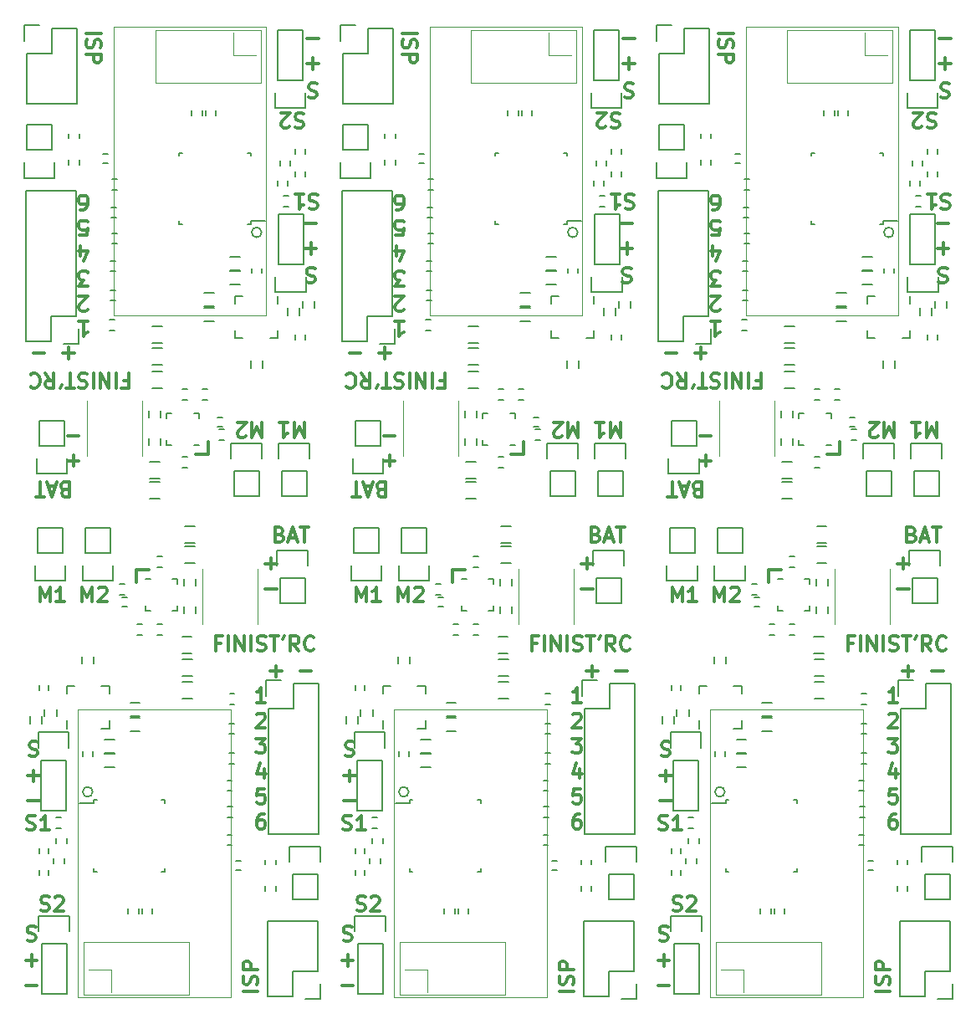
<source format=gto>
G04 #@! TF.FileFunction,Legend,Top*
%FSLAX46Y46*%
G04 Gerber Fmt 4.6, Leading zero omitted, Abs format (unit mm)*
G04 Created by KiCad (PCBNEW 4.0.6) date 12/25/17 20:13:07*
%MOMM*%
%LPD*%
G01*
G04 APERTURE LIST*
%ADD10C,0.100000*%
%ADD11C,0.200000*%
%ADD12C,0.300000*%
%ADD13C,0.150000*%
%ADD14C,0.120000*%
%ADD15C,0.350000*%
G04 APERTURE END LIST*
D10*
D11*
X27048966Y78308876D02*
G75*
G03X27048966Y78308876I-500000J0D01*
G01*
D12*
X31379308Y59073847D02*
X31379308Y57573847D01*
X30879308Y58645276D01*
X30379308Y57573847D01*
X30379308Y59073847D01*
X28879308Y59073847D02*
X29736451Y59073847D01*
X29307879Y59073847D02*
X29307879Y57573847D01*
X29450736Y57788133D01*
X29593594Y57930990D01*
X29736451Y58002419D01*
X27093594Y59073847D02*
X27093594Y57573847D01*
X26593594Y58645276D01*
X26093594Y57573847D01*
X26093594Y59073847D01*
X25450737Y57716705D02*
X25379308Y57645276D01*
X25236451Y57573847D01*
X24879308Y57573847D01*
X24736451Y57645276D01*
X24665022Y57716705D01*
X24593594Y57859562D01*
X24593594Y58002419D01*
X24665022Y58216705D01*
X25522165Y59073847D01*
X24593594Y59073847D01*
X7107708Y52264933D02*
X6893422Y52336362D01*
X6821994Y52407790D01*
X6750565Y52550647D01*
X6750565Y52764933D01*
X6821994Y52907790D01*
X6893422Y52979219D01*
X7036280Y53050647D01*
X7607708Y53050647D01*
X7607708Y51550647D01*
X7107708Y51550647D01*
X6964851Y51622076D01*
X6893422Y51693505D01*
X6821994Y51836362D01*
X6821994Y51979219D01*
X6893422Y52122076D01*
X6964851Y52193505D01*
X7107708Y52264933D01*
X7607708Y52264933D01*
X6179137Y52622076D02*
X5464851Y52622076D01*
X6321994Y53050647D02*
X5821994Y51550647D01*
X5321994Y53050647D01*
X5036280Y51550647D02*
X4179137Y51550647D01*
X4607708Y53050647D02*
X4607708Y51550647D01*
X8571994Y55204219D02*
X7429137Y55204219D01*
X8000566Y55775647D02*
X8000566Y54632790D01*
X8571994Y57754219D02*
X7429137Y57754219D01*
X8071994Y66107619D02*
X6929137Y66107619D01*
X7500566Y66679047D02*
X7500566Y65536190D01*
X5071994Y66107619D02*
X3929137Y66107619D01*
X13095937Y63266533D02*
X13595937Y63266533D01*
X13595937Y64052247D02*
X13595937Y62552247D01*
X12881651Y62552247D01*
X12310223Y64052247D02*
X12310223Y62552247D01*
X11595937Y64052247D02*
X11595937Y62552247D01*
X10738794Y64052247D01*
X10738794Y62552247D01*
X10024508Y64052247D02*
X10024508Y62552247D01*
X9381651Y63980819D02*
X9167365Y64052247D01*
X8810222Y64052247D01*
X8667365Y63980819D01*
X8595936Y63909390D01*
X8524508Y63766533D01*
X8524508Y63623676D01*
X8595936Y63480819D01*
X8667365Y63409390D01*
X8810222Y63337962D01*
X9095936Y63266533D01*
X9238794Y63195105D01*
X9310222Y63123676D01*
X9381651Y62980819D01*
X9381651Y62837962D01*
X9310222Y62695105D01*
X9238794Y62623676D01*
X9095936Y62552247D01*
X8738794Y62552247D01*
X8524508Y62623676D01*
X8095937Y62552247D02*
X7238794Y62552247D01*
X7667365Y64052247D02*
X7667365Y62552247D01*
X6667366Y62552247D02*
X6810223Y62837962D01*
X5167365Y64052247D02*
X5667365Y63337962D01*
X6024508Y64052247D02*
X6024508Y62552247D01*
X5453080Y62552247D01*
X5310222Y62623676D01*
X5238794Y62695105D01*
X5167365Y62837962D01*
X5167365Y63052247D01*
X5238794Y63195105D01*
X5310222Y63266533D01*
X5453080Y63337962D01*
X6024508Y63337962D01*
X3667365Y63909390D02*
X3738794Y63980819D01*
X3953080Y64052247D01*
X4095937Y64052247D01*
X4310222Y63980819D01*
X4453080Y63837962D01*
X4524508Y63695105D01*
X4595937Y63409390D01*
X4595937Y63195105D01*
X4524508Y62909390D01*
X4453080Y62766533D01*
X4310222Y62623676D01*
X4095937Y62552247D01*
X3953080Y62552247D01*
X3738794Y62623676D01*
X3667365Y62695105D01*
X31298623Y90295219D02*
X31084337Y90366647D01*
X30727194Y90366647D01*
X30584337Y90295219D01*
X30512908Y90223790D01*
X30441480Y90080933D01*
X30441480Y89938076D01*
X30512908Y89795219D01*
X30584337Y89723790D01*
X30727194Y89652362D01*
X31012908Y89580933D01*
X31155766Y89509505D01*
X31227194Y89438076D01*
X31298623Y89295219D01*
X31298623Y89152362D01*
X31227194Y89009505D01*
X31155766Y88938076D01*
X31012908Y88866647D01*
X30655766Y88866647D01*
X30441480Y88938076D01*
X29870052Y89009505D02*
X29798623Y88938076D01*
X29655766Y88866647D01*
X29298623Y88866647D01*
X29155766Y88938076D01*
X29084337Y89009505D01*
X29012909Y89152362D01*
X29012909Y89295219D01*
X29084337Y89509505D01*
X29941480Y90366647D01*
X29012909Y90366647D01*
X9321995Y98464761D02*
X10821995Y98464761D01*
X9393423Y97821904D02*
X9321995Y97607618D01*
X9321995Y97250475D01*
X9393423Y97107618D01*
X9464852Y97036189D01*
X9607709Y96964761D01*
X9750566Y96964761D01*
X9893423Y97036189D01*
X9964852Y97107618D01*
X10036280Y97250475D01*
X10107709Y97536189D01*
X10179137Y97679047D01*
X10250566Y97750475D01*
X10393423Y97821904D01*
X10536280Y97821904D01*
X10679137Y97750475D01*
X10750566Y97679047D01*
X10821995Y97536189D01*
X10821995Y97179047D01*
X10750566Y96964761D01*
X9321995Y96321904D02*
X10821995Y96321904D01*
X10821995Y95750476D01*
X10750566Y95607618D01*
X10679137Y95536190D01*
X10536280Y95464761D01*
X10321995Y95464761D01*
X10179137Y95536190D01*
X10107709Y95607618D01*
X10036280Y95750476D01*
X10036280Y96321904D01*
X8571994Y69304047D02*
X9429137Y69304047D01*
X9000565Y69304047D02*
X9000565Y67804047D01*
X9143422Y68018333D01*
X9286280Y68161190D01*
X9429137Y68232619D01*
X9429137Y70496905D02*
X9357708Y70425476D01*
X9214851Y70354047D01*
X8857708Y70354047D01*
X8714851Y70425476D01*
X8643422Y70496905D01*
X8571994Y70639762D01*
X8571994Y70782619D01*
X8643422Y70996905D01*
X9500565Y71854047D01*
X8571994Y71854047D01*
X9500565Y72904047D02*
X8571994Y72904047D01*
X9071994Y73475476D01*
X8857708Y73475476D01*
X8714851Y73546905D01*
X8643422Y73618333D01*
X8571994Y73761190D01*
X8571994Y74118333D01*
X8643422Y74261190D01*
X8714851Y74332619D01*
X8857708Y74404047D01*
X9286280Y74404047D01*
X9429137Y74332619D01*
X9500565Y74261190D01*
X8714851Y75954047D02*
X8714851Y76954047D01*
X9071994Y75382619D02*
X9429137Y76454047D01*
X8500565Y76454047D01*
X8643422Y78004047D02*
X9357708Y78004047D01*
X9429137Y78718333D01*
X9357708Y78646905D01*
X9214851Y78575476D01*
X8857708Y78575476D01*
X8714851Y78646905D01*
X8643422Y78718333D01*
X8571994Y78861190D01*
X8571994Y79218333D01*
X8643422Y79361190D01*
X8714851Y79432619D01*
X8857708Y79504047D01*
X9214851Y79504047D01*
X9357708Y79432619D01*
X9429137Y79361190D01*
X8714851Y80554047D02*
X9000565Y80554047D01*
X9143422Y80625476D01*
X9214851Y80696905D01*
X9357708Y80911190D01*
X9429137Y81196905D01*
X9429137Y81768333D01*
X9357708Y81911190D01*
X9286280Y81982619D01*
X9143422Y82054047D01*
X8857708Y82054047D01*
X8714851Y81982619D01*
X8643422Y81911190D01*
X8571994Y81768333D01*
X8571994Y81411190D01*
X8643422Y81268333D01*
X8714851Y81196905D01*
X8857708Y81125476D01*
X9143422Y81125476D01*
X9286280Y81196905D01*
X9357708Y81268333D01*
X9429137Y81411190D01*
X41321995Y98464761D02*
X42821995Y98464761D01*
X41393423Y97821904D02*
X41321995Y97607618D01*
X41321995Y97250475D01*
X41393423Y97107618D01*
X41464852Y97036189D01*
X41607709Y96964761D01*
X41750566Y96964761D01*
X41893423Y97036189D01*
X41964852Y97107618D01*
X42036280Y97250475D01*
X42107709Y97536189D01*
X42179137Y97679047D01*
X42250566Y97750475D01*
X42393423Y97821904D01*
X42536280Y97821904D01*
X42679137Y97750475D01*
X42750566Y97679047D01*
X42821995Y97536189D01*
X42821995Y97179047D01*
X42750566Y96964761D01*
X41321995Y96321904D02*
X42821995Y96321904D01*
X42821995Y95750476D01*
X42750566Y95607618D01*
X42679137Y95536190D01*
X42536280Y95464761D01*
X42321995Y95464761D01*
X42179137Y95536190D01*
X42107709Y95607618D01*
X42036280Y95750476D01*
X42036280Y96321904D01*
X40571994Y69304047D02*
X41429137Y69304047D01*
X41000565Y69304047D02*
X41000565Y67804047D01*
X41143422Y68018333D01*
X41286280Y68161190D01*
X41429137Y68232619D01*
X41429137Y70496905D02*
X41357708Y70425476D01*
X41214851Y70354047D01*
X40857708Y70354047D01*
X40714851Y70425476D01*
X40643422Y70496905D01*
X40571994Y70639762D01*
X40571994Y70782619D01*
X40643422Y70996905D01*
X41500565Y71854047D01*
X40571994Y71854047D01*
X41500565Y72904047D02*
X40571994Y72904047D01*
X41071994Y73475476D01*
X40857708Y73475476D01*
X40714851Y73546905D01*
X40643422Y73618333D01*
X40571994Y73761190D01*
X40571994Y74118333D01*
X40643422Y74261190D01*
X40714851Y74332619D01*
X40857708Y74404047D01*
X41286280Y74404047D01*
X41429137Y74332619D01*
X41500565Y74261190D01*
X40714851Y75954047D02*
X40714851Y76954047D01*
X41071994Y75382619D02*
X41429137Y76454047D01*
X40500565Y76454047D01*
X40643422Y78004047D02*
X41357708Y78004047D01*
X41429137Y78718333D01*
X41357708Y78646905D01*
X41214851Y78575476D01*
X40857708Y78575476D01*
X40714851Y78646905D01*
X40643422Y78718333D01*
X40571994Y78861190D01*
X40571994Y79218333D01*
X40643422Y79361190D01*
X40714851Y79432619D01*
X40857708Y79504047D01*
X41214851Y79504047D01*
X41357708Y79432619D01*
X41429137Y79361190D01*
X40714851Y80554047D02*
X41000565Y80554047D01*
X41143422Y80625476D01*
X41214851Y80696905D01*
X41357708Y80911190D01*
X41429137Y81196905D01*
X41429137Y81768333D01*
X41357708Y81911190D01*
X41286280Y81982619D01*
X41143422Y82054047D01*
X40857708Y82054047D01*
X40714851Y81982619D01*
X40643422Y81911190D01*
X40571994Y81768333D01*
X40571994Y81411190D01*
X40643422Y81268333D01*
X40714851Y81196905D01*
X40857708Y81125476D01*
X41143422Y81125476D01*
X41286280Y81196905D01*
X41357708Y81268333D01*
X41429137Y81411190D01*
X32463937Y74638819D02*
X32249651Y74710247D01*
X31892508Y74710247D01*
X31749651Y74638819D01*
X31678222Y74567390D01*
X31606794Y74424533D01*
X31606794Y74281676D01*
X31678222Y74138819D01*
X31749651Y74067390D01*
X31892508Y73995962D01*
X32178222Y73924533D01*
X32321080Y73853105D01*
X32392508Y73781676D01*
X32463937Y73638819D01*
X32463937Y73495962D01*
X32392508Y73353105D01*
X32321080Y73281676D01*
X32178222Y73210247D01*
X31821080Y73210247D01*
X31606794Y73281676D01*
X32606794Y76688819D02*
X31463937Y76688819D01*
X32035366Y77260247D02*
X32035366Y76117390D01*
X32606794Y79238819D02*
X31463937Y79238819D01*
X32721023Y82116419D02*
X32506737Y82187847D01*
X32149594Y82187847D01*
X32006737Y82116419D01*
X31935308Y82044990D01*
X31863880Y81902133D01*
X31863880Y81759276D01*
X31935308Y81616419D01*
X32006737Y81544990D01*
X32149594Y81473562D01*
X32435308Y81402133D01*
X32578166Y81330705D01*
X32649594Y81259276D01*
X32721023Y81116419D01*
X32721023Y80973562D01*
X32649594Y80830705D01*
X32578166Y80759276D01*
X32435308Y80687847D01*
X32078166Y80687847D01*
X31863880Y80759276D01*
X30435309Y82187847D02*
X31292452Y82187847D01*
X30863880Y82187847D02*
X30863880Y80687847D01*
X31006737Y80902133D01*
X31149595Y81044990D01*
X31292452Y81116419D01*
X32667137Y93333219D02*
X32452851Y93404647D01*
X32095708Y93404647D01*
X31952851Y93333219D01*
X31881422Y93261790D01*
X31809994Y93118933D01*
X31809994Y92976076D01*
X31881422Y92833219D01*
X31952851Y92761790D01*
X32095708Y92690362D01*
X32381422Y92618933D01*
X32524280Y92547505D01*
X32595708Y92476076D01*
X32667137Y92333219D01*
X32667137Y92190362D01*
X32595708Y92047505D01*
X32524280Y91976076D01*
X32381422Y91904647D01*
X32024280Y91904647D01*
X31809994Y91976076D01*
X32809994Y95383219D02*
X31667137Y95383219D01*
X32238566Y95954647D02*
X32238566Y94811790D01*
X32809994Y97933219D02*
X31667137Y97933219D01*
X63298623Y90295219D02*
X63084337Y90366647D01*
X62727194Y90366647D01*
X62584337Y90295219D01*
X62512908Y90223790D01*
X62441480Y90080933D01*
X62441480Y89938076D01*
X62512908Y89795219D01*
X62584337Y89723790D01*
X62727194Y89652362D01*
X63012908Y89580933D01*
X63155766Y89509505D01*
X63227194Y89438076D01*
X63298623Y89295219D01*
X63298623Y89152362D01*
X63227194Y89009505D01*
X63155766Y88938076D01*
X63012908Y88866647D01*
X62655766Y88866647D01*
X62441480Y88938076D01*
X61870052Y89009505D02*
X61798623Y88938076D01*
X61655766Y88866647D01*
X61298623Y88866647D01*
X61155766Y88938076D01*
X61084337Y89009505D01*
X61012909Y89152362D01*
X61012909Y89295219D01*
X61084337Y89509505D01*
X61941480Y90366647D01*
X61012909Y90366647D01*
X72571994Y69304047D02*
X73429137Y69304047D01*
X73000565Y69304047D02*
X73000565Y67804047D01*
X73143422Y68018333D01*
X73286280Y68161190D01*
X73429137Y68232619D01*
X73429137Y70496905D02*
X73357708Y70425476D01*
X73214851Y70354047D01*
X72857708Y70354047D01*
X72714851Y70425476D01*
X72643422Y70496905D01*
X72571994Y70639762D01*
X72571994Y70782619D01*
X72643422Y70996905D01*
X73500565Y71854047D01*
X72571994Y71854047D01*
X73500565Y72904047D02*
X72571994Y72904047D01*
X73071994Y73475476D01*
X72857708Y73475476D01*
X72714851Y73546905D01*
X72643422Y73618333D01*
X72571994Y73761190D01*
X72571994Y74118333D01*
X72643422Y74261190D01*
X72714851Y74332619D01*
X72857708Y74404047D01*
X73286280Y74404047D01*
X73429137Y74332619D01*
X73500565Y74261190D01*
X72714851Y75954047D02*
X72714851Y76954047D01*
X73071994Y75382619D02*
X73429137Y76454047D01*
X72500565Y76454047D01*
X72643422Y78004047D02*
X73357708Y78004047D01*
X73429137Y78718333D01*
X73357708Y78646905D01*
X73214851Y78575476D01*
X72857708Y78575476D01*
X72714851Y78646905D01*
X72643422Y78718333D01*
X72571994Y78861190D01*
X72571994Y79218333D01*
X72643422Y79361190D01*
X72714851Y79432619D01*
X72857708Y79504047D01*
X73214851Y79504047D01*
X73357708Y79432619D01*
X73429137Y79361190D01*
X72714851Y80554047D02*
X73000565Y80554047D01*
X73143422Y80625476D01*
X73214851Y80696905D01*
X73357708Y80911190D01*
X73429137Y81196905D01*
X73429137Y81768333D01*
X73357708Y81911190D01*
X73286280Y81982619D01*
X73143422Y82054047D01*
X72857708Y82054047D01*
X72714851Y81982619D01*
X72643422Y81911190D01*
X72571994Y81768333D01*
X72571994Y81411190D01*
X72643422Y81268333D01*
X72714851Y81196905D01*
X72857708Y81125476D01*
X73143422Y81125476D01*
X73286280Y81196905D01*
X73357708Y81268333D01*
X73429137Y81411190D01*
X64463937Y74638819D02*
X64249651Y74710247D01*
X63892508Y74710247D01*
X63749651Y74638819D01*
X63678222Y74567390D01*
X63606794Y74424533D01*
X63606794Y74281676D01*
X63678222Y74138819D01*
X63749651Y74067390D01*
X63892508Y73995962D01*
X64178222Y73924533D01*
X64321080Y73853105D01*
X64392508Y73781676D01*
X64463937Y73638819D01*
X64463937Y73495962D01*
X64392508Y73353105D01*
X64321080Y73281676D01*
X64178222Y73210247D01*
X63821080Y73210247D01*
X63606794Y73281676D01*
X64606794Y76688819D02*
X63463937Y76688819D01*
X64035366Y77260247D02*
X64035366Y76117390D01*
X64606794Y79238819D02*
X63463937Y79238819D01*
X64721023Y82116419D02*
X64506737Y82187847D01*
X64149594Y82187847D01*
X64006737Y82116419D01*
X63935308Y82044990D01*
X63863880Y81902133D01*
X63863880Y81759276D01*
X63935308Y81616419D01*
X64006737Y81544990D01*
X64149594Y81473562D01*
X64435308Y81402133D01*
X64578166Y81330705D01*
X64649594Y81259276D01*
X64721023Y81116419D01*
X64721023Y80973562D01*
X64649594Y80830705D01*
X64578166Y80759276D01*
X64435308Y80687847D01*
X64078166Y80687847D01*
X63863880Y80759276D01*
X62435309Y82187847D02*
X63292452Y82187847D01*
X62863880Y82187847D02*
X62863880Y80687847D01*
X63006737Y80902133D01*
X63149595Y81044990D01*
X63292452Y81116419D01*
D11*
X59048966Y78308876D02*
G75*
G03X59048966Y78308876I-500000J0D01*
G01*
D12*
X64667137Y93333219D02*
X64452851Y93404647D01*
X64095708Y93404647D01*
X63952851Y93333219D01*
X63881422Y93261790D01*
X63809994Y93118933D01*
X63809994Y92976076D01*
X63881422Y92833219D01*
X63952851Y92761790D01*
X64095708Y92690362D01*
X64381422Y92618933D01*
X64524280Y92547505D01*
X64595708Y92476076D01*
X64667137Y92333219D01*
X64667137Y92190362D01*
X64595708Y92047505D01*
X64524280Y91976076D01*
X64381422Y91904647D01*
X64024280Y91904647D01*
X63809994Y91976076D01*
X64809994Y95383219D02*
X63667137Y95383219D01*
X64238566Y95954647D02*
X64238566Y94811790D01*
X64809994Y97933219D02*
X63667137Y97933219D01*
X95379308Y59073847D02*
X95379308Y57573847D01*
X94879308Y58645276D01*
X94379308Y57573847D01*
X94379308Y59073847D01*
X92879308Y59073847D02*
X93736451Y59073847D01*
X93307879Y59073847D02*
X93307879Y57573847D01*
X93450736Y57788133D01*
X93593594Y57930990D01*
X93736451Y58002419D01*
X91093594Y59073847D02*
X91093594Y57573847D01*
X90593594Y58645276D01*
X90093594Y57573847D01*
X90093594Y59073847D01*
X89450737Y57716705D02*
X89379308Y57645276D01*
X89236451Y57573847D01*
X88879308Y57573847D01*
X88736451Y57645276D01*
X88665022Y57716705D01*
X88593594Y57859562D01*
X88593594Y58002419D01*
X88665022Y58216705D01*
X89522165Y59073847D01*
X88593594Y59073847D01*
X73321995Y98464761D02*
X74821995Y98464761D01*
X73393423Y97821904D02*
X73321995Y97607618D01*
X73321995Y97250475D01*
X73393423Y97107618D01*
X73464852Y97036189D01*
X73607709Y96964761D01*
X73750566Y96964761D01*
X73893423Y97036189D01*
X73964852Y97107618D01*
X74036280Y97250475D01*
X74107709Y97536189D01*
X74179137Y97679047D01*
X74250566Y97750475D01*
X74393423Y97821904D01*
X74536280Y97821904D01*
X74679137Y97750475D01*
X74750566Y97679047D01*
X74821995Y97536189D01*
X74821995Y97179047D01*
X74750566Y96964761D01*
X73321995Y96321904D02*
X74821995Y96321904D01*
X74821995Y95750476D01*
X74750566Y95607618D01*
X74679137Y95536190D01*
X74536280Y95464761D01*
X74321995Y95464761D01*
X74179137Y95536190D01*
X74107709Y95607618D01*
X74036280Y95750476D01*
X74036280Y96321904D01*
X95298623Y90295219D02*
X95084337Y90366647D01*
X94727194Y90366647D01*
X94584337Y90295219D01*
X94512908Y90223790D01*
X94441480Y90080933D01*
X94441480Y89938076D01*
X94512908Y89795219D01*
X94584337Y89723790D01*
X94727194Y89652362D01*
X95012908Y89580933D01*
X95155766Y89509505D01*
X95227194Y89438076D01*
X95298623Y89295219D01*
X95298623Y89152362D01*
X95227194Y89009505D01*
X95155766Y88938076D01*
X95012908Y88866647D01*
X94655766Y88866647D01*
X94441480Y88938076D01*
X93870052Y89009505D02*
X93798623Y88938076D01*
X93655766Y88866647D01*
X93298623Y88866647D01*
X93155766Y88938076D01*
X93084337Y89009505D01*
X93012909Y89152362D01*
X93012909Y89295219D01*
X93084337Y89509505D01*
X93941480Y90366647D01*
X93012909Y90366647D01*
X96667137Y93333219D02*
X96452851Y93404647D01*
X96095708Y93404647D01*
X95952851Y93333219D01*
X95881422Y93261790D01*
X95809994Y93118933D01*
X95809994Y92976076D01*
X95881422Y92833219D01*
X95952851Y92761790D01*
X96095708Y92690362D01*
X96381422Y92618933D01*
X96524280Y92547505D01*
X96595708Y92476076D01*
X96667137Y92333219D01*
X96667137Y92190362D01*
X96595708Y92047505D01*
X96524280Y91976076D01*
X96381422Y91904647D01*
X96024280Y91904647D01*
X95809994Y91976076D01*
X96809994Y95383219D02*
X95667137Y95383219D01*
X96238566Y95954647D02*
X96238566Y94811790D01*
X96809994Y97933219D02*
X95667137Y97933219D01*
X96721023Y82116419D02*
X96506737Y82187847D01*
X96149594Y82187847D01*
X96006737Y82116419D01*
X95935308Y82044990D01*
X95863880Y81902133D01*
X95863880Y81759276D01*
X95935308Y81616419D01*
X96006737Y81544990D01*
X96149594Y81473562D01*
X96435308Y81402133D01*
X96578166Y81330705D01*
X96649594Y81259276D01*
X96721023Y81116419D01*
X96721023Y80973562D01*
X96649594Y80830705D01*
X96578166Y80759276D01*
X96435308Y80687847D01*
X96078166Y80687847D01*
X95863880Y80759276D01*
X94435309Y82187847D02*
X95292452Y82187847D01*
X94863880Y82187847D02*
X94863880Y80687847D01*
X95006737Y80902133D01*
X95149595Y81044990D01*
X95292452Y81116419D01*
D11*
X91048966Y78308876D02*
G75*
G03X91048966Y78308876I-500000J0D01*
G01*
D12*
X96463937Y74638819D02*
X96249651Y74710247D01*
X95892508Y74710247D01*
X95749651Y74638819D01*
X95678222Y74567390D01*
X95606794Y74424533D01*
X95606794Y74281676D01*
X95678222Y74138819D01*
X95749651Y74067390D01*
X95892508Y73995962D01*
X96178222Y73924533D01*
X96321080Y73853105D01*
X96392508Y73781676D01*
X96463937Y73638819D01*
X96463937Y73495962D01*
X96392508Y73353105D01*
X96321080Y73281676D01*
X96178222Y73210247D01*
X95821080Y73210247D01*
X95606794Y73281676D01*
X96606794Y76688819D02*
X95463937Y76688819D01*
X96035366Y77260247D02*
X96035366Y76117390D01*
X96606794Y79238819D02*
X95463937Y79238819D01*
X63379308Y59073847D02*
X63379308Y57573847D01*
X62879308Y58645276D01*
X62379308Y57573847D01*
X62379308Y59073847D01*
X60879308Y59073847D02*
X61736451Y59073847D01*
X61307879Y59073847D02*
X61307879Y57573847D01*
X61450736Y57788133D01*
X61593594Y57930990D01*
X61736451Y58002419D01*
X59093594Y59073847D02*
X59093594Y57573847D01*
X58593594Y58645276D01*
X58093594Y57573847D01*
X58093594Y59073847D01*
X57450737Y57716705D02*
X57379308Y57645276D01*
X57236451Y57573847D01*
X56879308Y57573847D01*
X56736451Y57645276D01*
X56665022Y57716705D01*
X56593594Y57859562D01*
X56593594Y58002419D01*
X56665022Y58216705D01*
X57522165Y59073847D01*
X56593594Y59073847D01*
X71107708Y52264933D02*
X70893422Y52336362D01*
X70821994Y52407790D01*
X70750565Y52550647D01*
X70750565Y52764933D01*
X70821994Y52907790D01*
X70893422Y52979219D01*
X71036280Y53050647D01*
X71607708Y53050647D01*
X71607708Y51550647D01*
X71107708Y51550647D01*
X70964851Y51622076D01*
X70893422Y51693505D01*
X70821994Y51836362D01*
X70821994Y51979219D01*
X70893422Y52122076D01*
X70964851Y52193505D01*
X71107708Y52264933D01*
X71607708Y52264933D01*
X70179137Y52622076D02*
X69464851Y52622076D01*
X70321994Y53050647D02*
X69821994Y51550647D01*
X69321994Y53050647D01*
X69036280Y51550647D02*
X68179137Y51550647D01*
X68607708Y53050647D02*
X68607708Y51550647D01*
X72571994Y55204219D02*
X71429137Y55204219D01*
X72000566Y55775647D02*
X72000566Y54632790D01*
X72571994Y57754219D02*
X71429137Y57754219D01*
X77095937Y63266533D02*
X77595937Y63266533D01*
X77595937Y64052247D02*
X77595937Y62552247D01*
X76881651Y62552247D01*
X76310223Y64052247D02*
X76310223Y62552247D01*
X75595937Y64052247D02*
X75595937Y62552247D01*
X74738794Y64052247D01*
X74738794Y62552247D01*
X74024508Y64052247D02*
X74024508Y62552247D01*
X73381651Y63980819D02*
X73167365Y64052247D01*
X72810222Y64052247D01*
X72667365Y63980819D01*
X72595936Y63909390D01*
X72524508Y63766533D01*
X72524508Y63623676D01*
X72595936Y63480819D01*
X72667365Y63409390D01*
X72810222Y63337962D01*
X73095936Y63266533D01*
X73238794Y63195105D01*
X73310222Y63123676D01*
X73381651Y62980819D01*
X73381651Y62837962D01*
X73310222Y62695105D01*
X73238794Y62623676D01*
X73095936Y62552247D01*
X72738794Y62552247D01*
X72524508Y62623676D01*
X72095937Y62552247D02*
X71238794Y62552247D01*
X71667365Y64052247D02*
X71667365Y62552247D01*
X70667366Y62552247D02*
X70810223Y62837962D01*
X69167365Y64052247D02*
X69667365Y63337962D01*
X70024508Y64052247D02*
X70024508Y62552247D01*
X69453080Y62552247D01*
X69310222Y62623676D01*
X69238794Y62695105D01*
X69167365Y62837962D01*
X69167365Y63052247D01*
X69238794Y63195105D01*
X69310222Y63266533D01*
X69453080Y63337962D01*
X70024508Y63337962D01*
X67667365Y63909390D02*
X67738794Y63980819D01*
X67953080Y64052247D01*
X68095937Y64052247D01*
X68310222Y63980819D01*
X68453080Y63837962D01*
X68524508Y63695105D01*
X68595937Y63409390D01*
X68595937Y63195105D01*
X68524508Y62909390D01*
X68453080Y62766533D01*
X68310222Y62623676D01*
X68095937Y62552247D01*
X67953080Y62552247D01*
X67738794Y62623676D01*
X67667365Y62695105D01*
X72071994Y66107619D02*
X70929137Y66107619D01*
X71500566Y66679047D02*
X71500566Y65536190D01*
X69071994Y66107619D02*
X67929137Y66107619D01*
X39107708Y52264933D02*
X38893422Y52336362D01*
X38821994Y52407790D01*
X38750565Y52550647D01*
X38750565Y52764933D01*
X38821994Y52907790D01*
X38893422Y52979219D01*
X39036280Y53050647D01*
X39607708Y53050647D01*
X39607708Y51550647D01*
X39107708Y51550647D01*
X38964851Y51622076D01*
X38893422Y51693505D01*
X38821994Y51836362D01*
X38821994Y51979219D01*
X38893422Y52122076D01*
X38964851Y52193505D01*
X39107708Y52264933D01*
X39607708Y52264933D01*
X38179137Y52622076D02*
X37464851Y52622076D01*
X38321994Y53050647D02*
X37821994Y51550647D01*
X37321994Y53050647D01*
X37036280Y51550647D02*
X36179137Y51550647D01*
X36607708Y53050647D02*
X36607708Y51550647D01*
X40071994Y66107619D02*
X38929137Y66107619D01*
X39500566Y66679047D02*
X39500566Y65536190D01*
X37071994Y66107619D02*
X35929137Y66107619D01*
X45095937Y63266533D02*
X45595937Y63266533D01*
X45595937Y64052247D02*
X45595937Y62552247D01*
X44881651Y62552247D01*
X44310223Y64052247D02*
X44310223Y62552247D01*
X43595937Y64052247D02*
X43595937Y62552247D01*
X42738794Y64052247D01*
X42738794Y62552247D01*
X42024508Y64052247D02*
X42024508Y62552247D01*
X41381651Y63980819D02*
X41167365Y64052247D01*
X40810222Y64052247D01*
X40667365Y63980819D01*
X40595936Y63909390D01*
X40524508Y63766533D01*
X40524508Y63623676D01*
X40595936Y63480819D01*
X40667365Y63409390D01*
X40810222Y63337962D01*
X41095936Y63266533D01*
X41238794Y63195105D01*
X41310222Y63123676D01*
X41381651Y62980819D01*
X41381651Y62837962D01*
X41310222Y62695105D01*
X41238794Y62623676D01*
X41095936Y62552247D01*
X40738794Y62552247D01*
X40524508Y62623676D01*
X40095937Y62552247D02*
X39238794Y62552247D01*
X39667365Y64052247D02*
X39667365Y62552247D01*
X38667366Y62552247D02*
X38810223Y62837962D01*
X37167365Y64052247D02*
X37667365Y63337962D01*
X38024508Y64052247D02*
X38024508Y62552247D01*
X37453080Y62552247D01*
X37310222Y62623676D01*
X37238794Y62695105D01*
X37167365Y62837962D01*
X37167365Y63052247D01*
X37238794Y63195105D01*
X37310222Y63266533D01*
X37453080Y63337962D01*
X38024508Y63337962D01*
X35667365Y63909390D02*
X35738794Y63980819D01*
X35953080Y64052247D01*
X36095937Y64052247D01*
X36310222Y63980819D01*
X36453080Y63837962D01*
X36524508Y63695105D01*
X36595937Y63409390D01*
X36595937Y63195105D01*
X36524508Y62909390D01*
X36453080Y62766533D01*
X36310222Y62623676D01*
X36095937Y62552247D01*
X35953080Y62552247D01*
X35738794Y62623676D01*
X35667365Y62695105D01*
X40571994Y55204219D02*
X39429137Y55204219D01*
X40000566Y55775647D02*
X40000566Y54632790D01*
X40571994Y57754219D02*
X39429137Y57754219D01*
X90678571Y1535715D02*
X89178571Y1535715D01*
X90607143Y2178572D02*
X90678571Y2392858D01*
X90678571Y2750001D01*
X90607143Y2892858D01*
X90535714Y2964287D01*
X90392857Y3035715D01*
X90250000Y3035715D01*
X90107143Y2964287D01*
X90035714Y2892858D01*
X89964286Y2750001D01*
X89892857Y2464287D01*
X89821429Y2321429D01*
X89750000Y2250001D01*
X89607143Y2178572D01*
X89464286Y2178572D01*
X89321429Y2250001D01*
X89250000Y2321429D01*
X89178571Y2464287D01*
X89178571Y2821429D01*
X89250000Y3035715D01*
X90678571Y3678572D02*
X89178571Y3678572D01*
X89178571Y4250000D01*
X89250000Y4392858D01*
X89321429Y4464286D01*
X89464286Y4535715D01*
X89678571Y4535715D01*
X89821429Y4464286D01*
X89892857Y4392858D01*
X89964286Y4250000D01*
X89964286Y3678572D01*
X91428572Y30696429D02*
X90571429Y30696429D01*
X91000001Y30696429D02*
X91000001Y32196429D01*
X90857144Y31982143D01*
X90714286Y31839286D01*
X90571429Y31767857D01*
X90571429Y29503571D02*
X90642858Y29575000D01*
X90785715Y29646429D01*
X91142858Y29646429D01*
X91285715Y29575000D01*
X91357144Y29503571D01*
X91428572Y29360714D01*
X91428572Y29217857D01*
X91357144Y29003571D01*
X90500001Y28146429D01*
X91428572Y28146429D01*
X90500001Y27096429D02*
X91428572Y27096429D01*
X90928572Y26525000D01*
X91142858Y26525000D01*
X91285715Y26453571D01*
X91357144Y26382143D01*
X91428572Y26239286D01*
X91428572Y25882143D01*
X91357144Y25739286D01*
X91285715Y25667857D01*
X91142858Y25596429D01*
X90714286Y25596429D01*
X90571429Y25667857D01*
X90500001Y25739286D01*
X91285715Y24046429D02*
X91285715Y23046429D01*
X90928572Y24617857D02*
X90571429Y23546429D01*
X91500001Y23546429D01*
X91357144Y21996429D02*
X90642858Y21996429D01*
X90571429Y21282143D01*
X90642858Y21353571D01*
X90785715Y21425000D01*
X91142858Y21425000D01*
X91285715Y21353571D01*
X91357144Y21282143D01*
X91428572Y21139286D01*
X91428572Y20782143D01*
X91357144Y20639286D01*
X91285715Y20567857D01*
X91142858Y20496429D01*
X90785715Y20496429D01*
X90642858Y20567857D01*
X90571429Y20639286D01*
X91285715Y19446429D02*
X91000001Y19446429D01*
X90857144Y19375000D01*
X90785715Y19303571D01*
X90642858Y19089286D01*
X90571429Y18803571D01*
X90571429Y18232143D01*
X90642858Y18089286D01*
X90714286Y18017857D01*
X90857144Y17946429D01*
X91142858Y17946429D01*
X91285715Y18017857D01*
X91357144Y18089286D01*
X91428572Y18232143D01*
X91428572Y18589286D01*
X91357144Y18732143D01*
X91285715Y18803571D01*
X91142858Y18875000D01*
X90857144Y18875000D01*
X90714286Y18803571D01*
X90642858Y18732143D01*
X90571429Y18589286D01*
X67333429Y6667257D02*
X67547715Y6595829D01*
X67904858Y6595829D01*
X68047715Y6667257D01*
X68119144Y6738686D01*
X68190572Y6881543D01*
X68190572Y7024400D01*
X68119144Y7167257D01*
X68047715Y7238686D01*
X67904858Y7310114D01*
X67619144Y7381543D01*
X67476286Y7452971D01*
X67404858Y7524400D01*
X67333429Y7667257D01*
X67333429Y7810114D01*
X67404858Y7952971D01*
X67476286Y8024400D01*
X67619144Y8095829D01*
X67976286Y8095829D01*
X68190572Y8024400D01*
X67190572Y4617257D02*
X68333429Y4617257D01*
X67762000Y4045829D02*
X67762000Y5188686D01*
X67190572Y2067257D02*
X68333429Y2067257D01*
X67536629Y25361657D02*
X67750915Y25290229D01*
X68108058Y25290229D01*
X68250915Y25361657D01*
X68322344Y25433086D01*
X68393772Y25575943D01*
X68393772Y25718800D01*
X68322344Y25861657D01*
X68250915Y25933086D01*
X68108058Y26004514D01*
X67822344Y26075943D01*
X67679486Y26147371D01*
X67608058Y26218800D01*
X67536629Y26361657D01*
X67536629Y26504514D01*
X67608058Y26647371D01*
X67679486Y26718800D01*
X67822344Y26790229D01*
X68179486Y26790229D01*
X68393772Y26718800D01*
X67393772Y23311657D02*
X68536629Y23311657D01*
X67965200Y22740229D02*
X67965200Y23883086D01*
X67393772Y20761657D02*
X68536629Y20761657D01*
X67279543Y17884057D02*
X67493829Y17812629D01*
X67850972Y17812629D01*
X67993829Y17884057D01*
X68065258Y17955486D01*
X68136686Y18098343D01*
X68136686Y18241200D01*
X68065258Y18384057D01*
X67993829Y18455486D01*
X67850972Y18526914D01*
X67565258Y18598343D01*
X67422400Y18669771D01*
X67350972Y18741200D01*
X67279543Y18884057D01*
X67279543Y19026914D01*
X67350972Y19169771D01*
X67422400Y19241200D01*
X67565258Y19312629D01*
X67922400Y19312629D01*
X68136686Y19241200D01*
X69565257Y17812629D02*
X68708114Y17812629D01*
X69136686Y17812629D02*
X69136686Y19312629D01*
X68993829Y19098343D01*
X68850971Y18955486D01*
X68708114Y18884057D01*
X68701943Y9705257D02*
X68916229Y9633829D01*
X69273372Y9633829D01*
X69416229Y9705257D01*
X69487658Y9776686D01*
X69559086Y9919543D01*
X69559086Y10062400D01*
X69487658Y10205257D01*
X69416229Y10276686D01*
X69273372Y10348114D01*
X68987658Y10419543D01*
X68844800Y10490971D01*
X68773372Y10562400D01*
X68701943Y10705257D01*
X68701943Y10848114D01*
X68773372Y10990971D01*
X68844800Y11062400D01*
X68987658Y11133829D01*
X69344800Y11133829D01*
X69559086Y11062400D01*
X70130514Y10990971D02*
X70201943Y11062400D01*
X70344800Y11133829D01*
X70701943Y11133829D01*
X70844800Y11062400D01*
X70916229Y10990971D01*
X70987657Y10848114D01*
X70987657Y10705257D01*
X70916229Y10490971D01*
X70059086Y9633829D01*
X70987657Y9633829D01*
X92892858Y47735543D02*
X93107144Y47664114D01*
X93178572Y47592686D01*
X93250001Y47449829D01*
X93250001Y47235543D01*
X93178572Y47092686D01*
X93107144Y47021257D01*
X92964286Y46949829D01*
X92392858Y46949829D01*
X92392858Y48449829D01*
X92892858Y48449829D01*
X93035715Y48378400D01*
X93107144Y48306971D01*
X93178572Y48164114D01*
X93178572Y48021257D01*
X93107144Y47878400D01*
X93035715Y47806971D01*
X92892858Y47735543D01*
X92392858Y47735543D01*
X93821429Y47378400D02*
X94535715Y47378400D01*
X93678572Y46949829D02*
X94178572Y48449829D01*
X94678572Y46949829D01*
X94964286Y48449829D02*
X95821429Y48449829D01*
X95392858Y46949829D02*
X95392858Y48449829D01*
X91928572Y33892857D02*
X93071429Y33892857D01*
X92500000Y33321429D02*
X92500000Y34464286D01*
X94928572Y33892857D02*
X96071429Y33892857D01*
X86904629Y36733943D02*
X86404629Y36733943D01*
X86404629Y35948229D02*
X86404629Y37448229D01*
X87118915Y37448229D01*
X87690343Y35948229D02*
X87690343Y37448229D01*
X88404629Y35948229D02*
X88404629Y37448229D01*
X89261772Y35948229D01*
X89261772Y37448229D01*
X89976058Y35948229D02*
X89976058Y37448229D01*
X90618915Y36019657D02*
X90833201Y35948229D01*
X91190344Y35948229D01*
X91333201Y36019657D01*
X91404630Y36091086D01*
X91476058Y36233943D01*
X91476058Y36376800D01*
X91404630Y36519657D01*
X91333201Y36591086D01*
X91190344Y36662514D01*
X90904630Y36733943D01*
X90761772Y36805371D01*
X90690344Y36876800D01*
X90618915Y37019657D01*
X90618915Y37162514D01*
X90690344Y37305371D01*
X90761772Y37376800D01*
X90904630Y37448229D01*
X91261772Y37448229D01*
X91476058Y37376800D01*
X91904629Y37448229D02*
X92761772Y37448229D01*
X92333201Y35948229D02*
X92333201Y37448229D01*
X93333200Y37448229D02*
X93190343Y37162514D01*
X94833201Y35948229D02*
X94333201Y36662514D01*
X93976058Y35948229D02*
X93976058Y37448229D01*
X94547486Y37448229D01*
X94690344Y37376800D01*
X94761772Y37305371D01*
X94833201Y37162514D01*
X94833201Y36948229D01*
X94761772Y36805371D01*
X94690344Y36733943D01*
X94547486Y36662514D01*
X93976058Y36662514D01*
X96333201Y36091086D02*
X96261772Y36019657D01*
X96047486Y35948229D01*
X95904629Y35948229D01*
X95690344Y36019657D01*
X95547486Y36162514D01*
X95476058Y36305371D01*
X95404629Y36591086D01*
X95404629Y36805371D01*
X95476058Y37091086D01*
X95547486Y37233943D01*
X95690344Y37376800D01*
X95904629Y37448229D01*
X96047486Y37448229D01*
X96261772Y37376800D01*
X96333201Y37305371D01*
X91428572Y44796257D02*
X92571429Y44796257D01*
X92000000Y44224829D02*
X92000000Y45367686D01*
X91428572Y42246257D02*
X92571429Y42246257D01*
X68621258Y40926629D02*
X68621258Y42426629D01*
X69121258Y41355200D01*
X69621258Y42426629D01*
X69621258Y40926629D01*
X71121258Y40926629D02*
X70264115Y40926629D01*
X70692687Y40926629D02*
X70692687Y42426629D01*
X70549830Y42212343D01*
X70406972Y42069486D01*
X70264115Y41998057D01*
X72906972Y40926629D02*
X72906972Y42426629D01*
X73406972Y41355200D01*
X73906972Y42426629D01*
X73906972Y40926629D01*
X74549829Y42283771D02*
X74621258Y42355200D01*
X74764115Y42426629D01*
X75121258Y42426629D01*
X75264115Y42355200D01*
X75335544Y42283771D01*
X75406972Y42140914D01*
X75406972Y41998057D01*
X75335544Y41783771D01*
X74478401Y40926629D01*
X75406972Y40926629D01*
D11*
X73951600Y21691600D02*
G75*
G03X73951600Y21691600I-500000J0D01*
G01*
D12*
X58678571Y1535715D02*
X57178571Y1535715D01*
X58607143Y2178572D02*
X58678571Y2392858D01*
X58678571Y2750001D01*
X58607143Y2892858D01*
X58535714Y2964287D01*
X58392857Y3035715D01*
X58250000Y3035715D01*
X58107143Y2964287D01*
X58035714Y2892858D01*
X57964286Y2750001D01*
X57892857Y2464287D01*
X57821429Y2321429D01*
X57750000Y2250001D01*
X57607143Y2178572D01*
X57464286Y2178572D01*
X57321429Y2250001D01*
X57250000Y2321429D01*
X57178571Y2464287D01*
X57178571Y2821429D01*
X57250000Y3035715D01*
X58678571Y3678572D02*
X57178571Y3678572D01*
X57178571Y4250000D01*
X57250000Y4392858D01*
X57321429Y4464286D01*
X57464286Y4535715D01*
X57678571Y4535715D01*
X57821429Y4464286D01*
X57892857Y4392858D01*
X57964286Y4250000D01*
X57964286Y3678572D01*
X59428572Y30696429D02*
X58571429Y30696429D01*
X59000001Y30696429D02*
X59000001Y32196429D01*
X58857144Y31982143D01*
X58714286Y31839286D01*
X58571429Y31767857D01*
X58571429Y29503571D02*
X58642858Y29575000D01*
X58785715Y29646429D01*
X59142858Y29646429D01*
X59285715Y29575000D01*
X59357144Y29503571D01*
X59428572Y29360714D01*
X59428572Y29217857D01*
X59357144Y29003571D01*
X58500001Y28146429D01*
X59428572Y28146429D01*
X58500001Y27096429D02*
X59428572Y27096429D01*
X58928572Y26525000D01*
X59142858Y26525000D01*
X59285715Y26453571D01*
X59357144Y26382143D01*
X59428572Y26239286D01*
X59428572Y25882143D01*
X59357144Y25739286D01*
X59285715Y25667857D01*
X59142858Y25596429D01*
X58714286Y25596429D01*
X58571429Y25667857D01*
X58500001Y25739286D01*
X59285715Y24046429D02*
X59285715Y23046429D01*
X58928572Y24617857D02*
X58571429Y23546429D01*
X59500001Y23546429D01*
X59357144Y21996429D02*
X58642858Y21996429D01*
X58571429Y21282143D01*
X58642858Y21353571D01*
X58785715Y21425000D01*
X59142858Y21425000D01*
X59285715Y21353571D01*
X59357144Y21282143D01*
X59428572Y21139286D01*
X59428572Y20782143D01*
X59357144Y20639286D01*
X59285715Y20567857D01*
X59142858Y20496429D01*
X58785715Y20496429D01*
X58642858Y20567857D01*
X58571429Y20639286D01*
X59285715Y19446429D02*
X59000001Y19446429D01*
X58857144Y19375000D01*
X58785715Y19303571D01*
X58642858Y19089286D01*
X58571429Y18803571D01*
X58571429Y18232143D01*
X58642858Y18089286D01*
X58714286Y18017857D01*
X58857144Y17946429D01*
X59142858Y17946429D01*
X59285715Y18017857D01*
X59357144Y18089286D01*
X59428572Y18232143D01*
X59428572Y18589286D01*
X59357144Y18732143D01*
X59285715Y18803571D01*
X59142858Y18875000D01*
X58857144Y18875000D01*
X58714286Y18803571D01*
X58642858Y18732143D01*
X58571429Y18589286D01*
X35333429Y6667257D02*
X35547715Y6595829D01*
X35904858Y6595829D01*
X36047715Y6667257D01*
X36119144Y6738686D01*
X36190572Y6881543D01*
X36190572Y7024400D01*
X36119144Y7167257D01*
X36047715Y7238686D01*
X35904858Y7310114D01*
X35619144Y7381543D01*
X35476286Y7452971D01*
X35404858Y7524400D01*
X35333429Y7667257D01*
X35333429Y7810114D01*
X35404858Y7952971D01*
X35476286Y8024400D01*
X35619144Y8095829D01*
X35976286Y8095829D01*
X36190572Y8024400D01*
X35190572Y4617257D02*
X36333429Y4617257D01*
X35762000Y4045829D02*
X35762000Y5188686D01*
X35190572Y2067257D02*
X36333429Y2067257D01*
X35536629Y25361657D02*
X35750915Y25290229D01*
X36108058Y25290229D01*
X36250915Y25361657D01*
X36322344Y25433086D01*
X36393772Y25575943D01*
X36393772Y25718800D01*
X36322344Y25861657D01*
X36250915Y25933086D01*
X36108058Y26004514D01*
X35822344Y26075943D01*
X35679486Y26147371D01*
X35608058Y26218800D01*
X35536629Y26361657D01*
X35536629Y26504514D01*
X35608058Y26647371D01*
X35679486Y26718800D01*
X35822344Y26790229D01*
X36179486Y26790229D01*
X36393772Y26718800D01*
X35393772Y23311657D02*
X36536629Y23311657D01*
X35965200Y22740229D02*
X35965200Y23883086D01*
X35393772Y20761657D02*
X36536629Y20761657D01*
X35279543Y17884057D02*
X35493829Y17812629D01*
X35850972Y17812629D01*
X35993829Y17884057D01*
X36065258Y17955486D01*
X36136686Y18098343D01*
X36136686Y18241200D01*
X36065258Y18384057D01*
X35993829Y18455486D01*
X35850972Y18526914D01*
X35565258Y18598343D01*
X35422400Y18669771D01*
X35350972Y18741200D01*
X35279543Y18884057D01*
X35279543Y19026914D01*
X35350972Y19169771D01*
X35422400Y19241200D01*
X35565258Y19312629D01*
X35922400Y19312629D01*
X36136686Y19241200D01*
X37565257Y17812629D02*
X36708114Y17812629D01*
X37136686Y17812629D02*
X37136686Y19312629D01*
X36993829Y19098343D01*
X36850971Y18955486D01*
X36708114Y18884057D01*
X36701943Y9705257D02*
X36916229Y9633829D01*
X37273372Y9633829D01*
X37416229Y9705257D01*
X37487658Y9776686D01*
X37559086Y9919543D01*
X37559086Y10062400D01*
X37487658Y10205257D01*
X37416229Y10276686D01*
X37273372Y10348114D01*
X36987658Y10419543D01*
X36844800Y10490971D01*
X36773372Y10562400D01*
X36701943Y10705257D01*
X36701943Y10848114D01*
X36773372Y10990971D01*
X36844800Y11062400D01*
X36987658Y11133829D01*
X37344800Y11133829D01*
X37559086Y11062400D01*
X38130514Y10990971D02*
X38201943Y11062400D01*
X38344800Y11133829D01*
X38701943Y11133829D01*
X38844800Y11062400D01*
X38916229Y10990971D01*
X38987657Y10848114D01*
X38987657Y10705257D01*
X38916229Y10490971D01*
X38059086Y9633829D01*
X38987657Y9633829D01*
X60892858Y47735543D02*
X61107144Y47664114D01*
X61178572Y47592686D01*
X61250001Y47449829D01*
X61250001Y47235543D01*
X61178572Y47092686D01*
X61107144Y47021257D01*
X60964286Y46949829D01*
X60392858Y46949829D01*
X60392858Y48449829D01*
X60892858Y48449829D01*
X61035715Y48378400D01*
X61107144Y48306971D01*
X61178572Y48164114D01*
X61178572Y48021257D01*
X61107144Y47878400D01*
X61035715Y47806971D01*
X60892858Y47735543D01*
X60392858Y47735543D01*
X61821429Y47378400D02*
X62535715Y47378400D01*
X61678572Y46949829D02*
X62178572Y48449829D01*
X62678572Y46949829D01*
X62964286Y48449829D02*
X63821429Y48449829D01*
X63392858Y46949829D02*
X63392858Y48449829D01*
X59928572Y33892857D02*
X61071429Y33892857D01*
X60500000Y33321429D02*
X60500000Y34464286D01*
X62928572Y33892857D02*
X64071429Y33892857D01*
X54904629Y36733943D02*
X54404629Y36733943D01*
X54404629Y35948229D02*
X54404629Y37448229D01*
X55118915Y37448229D01*
X55690343Y35948229D02*
X55690343Y37448229D01*
X56404629Y35948229D02*
X56404629Y37448229D01*
X57261772Y35948229D01*
X57261772Y37448229D01*
X57976058Y35948229D02*
X57976058Y37448229D01*
X58618915Y36019657D02*
X58833201Y35948229D01*
X59190344Y35948229D01*
X59333201Y36019657D01*
X59404630Y36091086D01*
X59476058Y36233943D01*
X59476058Y36376800D01*
X59404630Y36519657D01*
X59333201Y36591086D01*
X59190344Y36662514D01*
X58904630Y36733943D01*
X58761772Y36805371D01*
X58690344Y36876800D01*
X58618915Y37019657D01*
X58618915Y37162514D01*
X58690344Y37305371D01*
X58761772Y37376800D01*
X58904630Y37448229D01*
X59261772Y37448229D01*
X59476058Y37376800D01*
X59904629Y37448229D02*
X60761772Y37448229D01*
X60333201Y35948229D02*
X60333201Y37448229D01*
X61333200Y37448229D02*
X61190343Y37162514D01*
X62833201Y35948229D02*
X62333201Y36662514D01*
X61976058Y35948229D02*
X61976058Y37448229D01*
X62547486Y37448229D01*
X62690344Y37376800D01*
X62761772Y37305371D01*
X62833201Y37162514D01*
X62833201Y36948229D01*
X62761772Y36805371D01*
X62690344Y36733943D01*
X62547486Y36662514D01*
X61976058Y36662514D01*
X64333201Y36091086D02*
X64261772Y36019657D01*
X64047486Y35948229D01*
X63904629Y35948229D01*
X63690344Y36019657D01*
X63547486Y36162514D01*
X63476058Y36305371D01*
X63404629Y36591086D01*
X63404629Y36805371D01*
X63476058Y37091086D01*
X63547486Y37233943D01*
X63690344Y37376800D01*
X63904629Y37448229D01*
X64047486Y37448229D01*
X64261772Y37376800D01*
X64333201Y37305371D01*
X59428572Y44796257D02*
X60571429Y44796257D01*
X60000000Y44224829D02*
X60000000Y45367686D01*
X59428572Y42246257D02*
X60571429Y42246257D01*
X36621258Y40926629D02*
X36621258Y42426629D01*
X37121258Y41355200D01*
X37621258Y42426629D01*
X37621258Y40926629D01*
X39121258Y40926629D02*
X38264115Y40926629D01*
X38692687Y40926629D02*
X38692687Y42426629D01*
X38549830Y42212343D01*
X38406972Y42069486D01*
X38264115Y41998057D01*
X40906972Y40926629D02*
X40906972Y42426629D01*
X41406972Y41355200D01*
X41906972Y42426629D01*
X41906972Y40926629D01*
X42549829Y42283771D02*
X42621258Y42355200D01*
X42764115Y42426629D01*
X43121258Y42426629D01*
X43264115Y42355200D01*
X43335544Y42283771D01*
X43406972Y42140914D01*
X43406972Y41998057D01*
X43335544Y41783771D01*
X42478401Y40926629D01*
X43406972Y40926629D01*
D11*
X41951600Y21691600D02*
G75*
G03X41951600Y21691600I-500000J0D01*
G01*
D12*
X22904629Y36733943D02*
X22404629Y36733943D01*
X22404629Y35948229D02*
X22404629Y37448229D01*
X23118915Y37448229D01*
X23690343Y35948229D02*
X23690343Y37448229D01*
X24404629Y35948229D02*
X24404629Y37448229D01*
X25261772Y35948229D01*
X25261772Y37448229D01*
X25976058Y35948229D02*
X25976058Y37448229D01*
X26618915Y36019657D02*
X26833201Y35948229D01*
X27190344Y35948229D01*
X27333201Y36019657D01*
X27404630Y36091086D01*
X27476058Y36233943D01*
X27476058Y36376800D01*
X27404630Y36519657D01*
X27333201Y36591086D01*
X27190344Y36662514D01*
X26904630Y36733943D01*
X26761772Y36805371D01*
X26690344Y36876800D01*
X26618915Y37019657D01*
X26618915Y37162514D01*
X26690344Y37305371D01*
X26761772Y37376800D01*
X26904630Y37448229D01*
X27261772Y37448229D01*
X27476058Y37376800D01*
X27904629Y37448229D02*
X28761772Y37448229D01*
X28333201Y35948229D02*
X28333201Y37448229D01*
X29333200Y37448229D02*
X29190343Y37162514D01*
X30833201Y35948229D02*
X30333201Y36662514D01*
X29976058Y35948229D02*
X29976058Y37448229D01*
X30547486Y37448229D01*
X30690344Y37376800D01*
X30761772Y37305371D01*
X30833201Y37162514D01*
X30833201Y36948229D01*
X30761772Y36805371D01*
X30690344Y36733943D01*
X30547486Y36662514D01*
X29976058Y36662514D01*
X32333201Y36091086D02*
X32261772Y36019657D01*
X32047486Y35948229D01*
X31904629Y35948229D01*
X31690344Y36019657D01*
X31547486Y36162514D01*
X31476058Y36305371D01*
X31404629Y36591086D01*
X31404629Y36805371D01*
X31476058Y37091086D01*
X31547486Y37233943D01*
X31690344Y37376800D01*
X31904629Y37448229D01*
X32047486Y37448229D01*
X32261772Y37376800D01*
X32333201Y37305371D01*
X28892858Y47735543D02*
X29107144Y47664114D01*
X29178572Y47592686D01*
X29250001Y47449829D01*
X29250001Y47235543D01*
X29178572Y47092686D01*
X29107144Y47021257D01*
X28964286Y46949829D01*
X28392858Y46949829D01*
X28392858Y48449829D01*
X28892858Y48449829D01*
X29035715Y48378400D01*
X29107144Y48306971D01*
X29178572Y48164114D01*
X29178572Y48021257D01*
X29107144Y47878400D01*
X29035715Y47806971D01*
X28892858Y47735543D01*
X28392858Y47735543D01*
X29821429Y47378400D02*
X30535715Y47378400D01*
X29678572Y46949829D02*
X30178572Y48449829D01*
X30678572Y46949829D01*
X30964286Y48449829D02*
X31821429Y48449829D01*
X31392858Y46949829D02*
X31392858Y48449829D01*
X27428572Y30696429D02*
X26571429Y30696429D01*
X27000001Y30696429D02*
X27000001Y32196429D01*
X26857144Y31982143D01*
X26714286Y31839286D01*
X26571429Y31767857D01*
X26571429Y29503571D02*
X26642858Y29575000D01*
X26785715Y29646429D01*
X27142858Y29646429D01*
X27285715Y29575000D01*
X27357144Y29503571D01*
X27428572Y29360714D01*
X27428572Y29217857D01*
X27357144Y29003571D01*
X26500001Y28146429D01*
X27428572Y28146429D01*
X26500001Y27096429D02*
X27428572Y27096429D01*
X26928572Y26525000D01*
X27142858Y26525000D01*
X27285715Y26453571D01*
X27357144Y26382143D01*
X27428572Y26239286D01*
X27428572Y25882143D01*
X27357144Y25739286D01*
X27285715Y25667857D01*
X27142858Y25596429D01*
X26714286Y25596429D01*
X26571429Y25667857D01*
X26500001Y25739286D01*
X27285715Y24046429D02*
X27285715Y23046429D01*
X26928572Y24617857D02*
X26571429Y23546429D01*
X27500001Y23546429D01*
X27357144Y21996429D02*
X26642858Y21996429D01*
X26571429Y21282143D01*
X26642858Y21353571D01*
X26785715Y21425000D01*
X27142858Y21425000D01*
X27285715Y21353571D01*
X27357144Y21282143D01*
X27428572Y21139286D01*
X27428572Y20782143D01*
X27357144Y20639286D01*
X27285715Y20567857D01*
X27142858Y20496429D01*
X26785715Y20496429D01*
X26642858Y20567857D01*
X26571429Y20639286D01*
X27285715Y19446429D02*
X27000001Y19446429D01*
X26857144Y19375000D01*
X26785715Y19303571D01*
X26642858Y19089286D01*
X26571429Y18803571D01*
X26571429Y18232143D01*
X26642858Y18089286D01*
X26714286Y18017857D01*
X26857144Y17946429D01*
X27142858Y17946429D01*
X27285715Y18017857D01*
X27357144Y18089286D01*
X27428572Y18232143D01*
X27428572Y18589286D01*
X27357144Y18732143D01*
X27285715Y18803571D01*
X27142858Y18875000D01*
X26857144Y18875000D01*
X26714286Y18803571D01*
X26642858Y18732143D01*
X26571429Y18589286D01*
X27928572Y33892857D02*
X29071429Y33892857D01*
X28500000Y33321429D02*
X28500000Y34464286D01*
X30928572Y33892857D02*
X32071429Y33892857D01*
D11*
X9951600Y21691600D02*
G75*
G03X9951600Y21691600I-500000J0D01*
G01*
D12*
X3536629Y25361657D02*
X3750915Y25290229D01*
X4108058Y25290229D01*
X4250915Y25361657D01*
X4322344Y25433086D01*
X4393772Y25575943D01*
X4393772Y25718800D01*
X4322344Y25861657D01*
X4250915Y25933086D01*
X4108058Y26004514D01*
X3822344Y26075943D01*
X3679486Y26147371D01*
X3608058Y26218800D01*
X3536629Y26361657D01*
X3536629Y26504514D01*
X3608058Y26647371D01*
X3679486Y26718800D01*
X3822344Y26790229D01*
X4179486Y26790229D01*
X4393772Y26718800D01*
X3393772Y23311657D02*
X4536629Y23311657D01*
X3965200Y22740229D02*
X3965200Y23883086D01*
X3393772Y20761657D02*
X4536629Y20761657D01*
X3333429Y6667257D02*
X3547715Y6595829D01*
X3904858Y6595829D01*
X4047715Y6667257D01*
X4119144Y6738686D01*
X4190572Y6881543D01*
X4190572Y7024400D01*
X4119144Y7167257D01*
X4047715Y7238686D01*
X3904858Y7310114D01*
X3619144Y7381543D01*
X3476286Y7452971D01*
X3404858Y7524400D01*
X3333429Y7667257D01*
X3333429Y7810114D01*
X3404858Y7952971D01*
X3476286Y8024400D01*
X3619144Y8095829D01*
X3976286Y8095829D01*
X4190572Y8024400D01*
X3190572Y4617257D02*
X4333429Y4617257D01*
X3762000Y4045829D02*
X3762000Y5188686D01*
X3190572Y2067257D02*
X4333429Y2067257D01*
X4701943Y9705257D02*
X4916229Y9633829D01*
X5273372Y9633829D01*
X5416229Y9705257D01*
X5487658Y9776686D01*
X5559086Y9919543D01*
X5559086Y10062400D01*
X5487658Y10205257D01*
X5416229Y10276686D01*
X5273372Y10348114D01*
X4987658Y10419543D01*
X4844800Y10490971D01*
X4773372Y10562400D01*
X4701943Y10705257D01*
X4701943Y10848114D01*
X4773372Y10990971D01*
X4844800Y11062400D01*
X4987658Y11133829D01*
X5344800Y11133829D01*
X5559086Y11062400D01*
X6130514Y10990971D02*
X6201943Y11062400D01*
X6344800Y11133829D01*
X6701943Y11133829D01*
X6844800Y11062400D01*
X6916229Y10990971D01*
X6987657Y10848114D01*
X6987657Y10705257D01*
X6916229Y10490971D01*
X6059086Y9633829D01*
X6987657Y9633829D01*
X3279543Y17884057D02*
X3493829Y17812629D01*
X3850972Y17812629D01*
X3993829Y17884057D01*
X4065258Y17955486D01*
X4136686Y18098343D01*
X4136686Y18241200D01*
X4065258Y18384057D01*
X3993829Y18455486D01*
X3850972Y18526914D01*
X3565258Y18598343D01*
X3422400Y18669771D01*
X3350972Y18741200D01*
X3279543Y18884057D01*
X3279543Y19026914D01*
X3350972Y19169771D01*
X3422400Y19241200D01*
X3565258Y19312629D01*
X3922400Y19312629D01*
X4136686Y19241200D01*
X5565257Y17812629D02*
X4708114Y17812629D01*
X5136686Y17812629D02*
X5136686Y19312629D01*
X4993829Y19098343D01*
X4850971Y18955486D01*
X4708114Y18884057D01*
X26678571Y1535715D02*
X25178571Y1535715D01*
X26607143Y2178572D02*
X26678571Y2392858D01*
X26678571Y2750001D01*
X26607143Y2892858D01*
X26535714Y2964287D01*
X26392857Y3035715D01*
X26250000Y3035715D01*
X26107143Y2964287D01*
X26035714Y2892858D01*
X25964286Y2750001D01*
X25892857Y2464287D01*
X25821429Y2321429D01*
X25750000Y2250001D01*
X25607143Y2178572D01*
X25464286Y2178572D01*
X25321429Y2250001D01*
X25250000Y2321429D01*
X25178571Y2464287D01*
X25178571Y2821429D01*
X25250000Y3035715D01*
X26678571Y3678572D02*
X25178571Y3678572D01*
X25178571Y4250000D01*
X25250000Y4392858D01*
X25321429Y4464286D01*
X25464286Y4535715D01*
X25678571Y4535715D01*
X25821429Y4464286D01*
X25892857Y4392858D01*
X25964286Y4250000D01*
X25964286Y3678572D01*
X4621258Y40926629D02*
X4621258Y42426629D01*
X5121258Y41355200D01*
X5621258Y42426629D01*
X5621258Y40926629D01*
X7121258Y40926629D02*
X6264115Y40926629D01*
X6692687Y40926629D02*
X6692687Y42426629D01*
X6549830Y42212343D01*
X6406972Y42069486D01*
X6264115Y41998057D01*
X8906972Y40926629D02*
X8906972Y42426629D01*
X9406972Y41355200D01*
X9906972Y42426629D01*
X9906972Y40926629D01*
X10549829Y42283771D02*
X10621258Y42355200D01*
X10764115Y42426629D01*
X11121258Y42426629D01*
X11264115Y42355200D01*
X11335544Y42283771D01*
X11406972Y42140914D01*
X11406972Y41998057D01*
X11335544Y41783771D01*
X10478401Y40926629D01*
X11406972Y40926629D01*
X27428572Y44796257D02*
X28571429Y44796257D01*
X28000000Y44224829D02*
X28000000Y45367686D01*
X27428572Y42246257D02*
X28571429Y42246257D01*
D13*
X29715566Y83044476D02*
X29715566Y83544476D01*
X28665566Y83544476D02*
X28665566Y83044476D01*
X28919566Y85576476D02*
X28919566Y85076476D01*
X29969566Y85076476D02*
X29969566Y85576476D01*
X31443566Y84002476D02*
X31443566Y84502476D01*
X30493566Y84502476D02*
X30493566Y84002476D01*
X31443566Y86246476D02*
X31443566Y86746476D01*
X30493566Y86746476D02*
X30493566Y86246476D01*
X24864566Y74484276D02*
X23864566Y74484276D01*
X23864566Y75834276D02*
X24864566Y75834276D01*
X31272566Y75108476D02*
X31272566Y80188476D01*
X31272566Y80188476D02*
X28732566Y80188476D01*
X28732566Y80188476D02*
X28732566Y75108476D01*
X28452566Y72288476D02*
X28452566Y73838476D01*
X28732566Y75108476D02*
X31272566Y75108476D01*
X31552566Y73838476D02*
X31552566Y72288476D01*
X31552566Y72288476D02*
X28452566Y72288476D01*
X24864566Y73061876D02*
X23864566Y73061876D01*
X23864566Y74411876D02*
X24864566Y74411876D01*
X26029166Y74684754D02*
X26029166Y74184754D01*
X27079166Y74184754D02*
X27079166Y74684754D01*
X29752566Y81983476D02*
X29252566Y81983476D01*
X29252566Y80933476D02*
X29752566Y80933476D01*
D14*
X26948566Y98806476D02*
X26948566Y93472476D01*
X26948566Y93472476D02*
X16280566Y93472476D01*
X16280566Y93472476D02*
X16280566Y98806476D01*
X16280566Y98806476D02*
X16280566Y98806476D01*
X26440566Y96266476D02*
X24154566Y96266476D01*
X24154566Y96266476D02*
X24154566Y98552476D01*
X24154566Y98552476D02*
X24154566Y98552476D01*
X27524566Y99136476D02*
X27524566Y69936476D01*
X27524566Y69936476D02*
X12074566Y69936476D01*
X12074566Y69936476D02*
X12074566Y99136476D01*
X12074566Y99136476D02*
X27524566Y99136476D01*
X27524566Y99136476D02*
X27524566Y99136476D01*
X16280566Y98806476D02*
X26948566Y98806476D01*
X26948566Y98806476D02*
X26948566Y98806476D01*
D13*
X19978766Y90656476D02*
X19978766Y90156476D01*
X21028766Y90156476D02*
X21028766Y90656476D01*
X31222566Y93686476D02*
X31222566Y98766476D01*
X31222566Y98766476D02*
X28682566Y98766476D01*
X28682566Y98766476D02*
X28682566Y93686476D01*
X28402566Y90866476D02*
X28402566Y92416476D01*
X28682566Y93686476D02*
X31222566Y93686476D01*
X31502566Y92416476D02*
X31502566Y90866476D01*
X31502566Y90866476D02*
X28402566Y90866476D01*
X21401166Y90649276D02*
X21401166Y90149276D01*
X22451166Y90149276D02*
X22451166Y90649276D01*
X11012566Y85315476D02*
X11512566Y85315476D01*
X11512566Y86265476D02*
X11012566Y86265476D01*
X12368566Y80857876D02*
X11868566Y80857876D01*
X11868566Y79807876D02*
X12368566Y79807876D01*
X12434566Y83697476D02*
X11934566Y83697476D01*
X11934566Y82647476D02*
X12434566Y82647476D01*
X12434566Y78197476D02*
X11934566Y78197476D01*
X11934566Y77147476D02*
X12434566Y77147476D01*
X25969566Y79121476D02*
X25969566Y79446476D01*
X18719566Y79121476D02*
X18719566Y79446476D01*
X18719566Y86371476D02*
X18719566Y86046476D01*
X25969566Y86371476D02*
X25969566Y86046476D01*
X25969566Y79121476D02*
X25644566Y79121476D01*
X25969566Y86371476D02*
X25644566Y86371476D01*
X18719566Y86371476D02*
X19044566Y86371476D01*
X18719566Y79121476D02*
X19044566Y79121476D01*
X25969566Y79446476D02*
X27394566Y79446476D01*
X3282566Y96444476D02*
X3282566Y91364476D01*
X3002566Y99264476D02*
X4552566Y99264476D01*
X5822566Y98984476D02*
X5822566Y96444476D01*
X5822566Y96444476D02*
X3282566Y96444476D01*
X3282566Y91364476D02*
X8362566Y91364476D01*
X8362566Y91364476D02*
X8362566Y96444476D01*
X3002566Y99264476D02*
X3002566Y97714476D01*
X8362566Y98984476D02*
X5822566Y98984476D01*
X8362566Y96444476D02*
X8362566Y98984476D01*
X8579566Y85170476D02*
X8579566Y85670476D01*
X7529566Y85670476D02*
X7529566Y85170476D01*
X3284566Y86640476D02*
X3284566Y89180476D01*
X3004566Y83820476D02*
X3004566Y85370476D01*
X3284566Y86640476D02*
X5824566Y86640476D01*
X6104566Y85370476D02*
X6104566Y83820476D01*
X6104566Y83820476D02*
X3004566Y83820476D01*
X5824566Y86640476D02*
X5824566Y89180476D01*
X5824566Y89180476D02*
X3284566Y89180476D01*
X8579566Y87820476D02*
X8579566Y88320476D01*
X7529566Y88320476D02*
X7529566Y87820476D01*
X40579566Y87820476D02*
X40579566Y88320476D01*
X39529566Y88320476D02*
X39529566Y87820476D01*
X40579566Y85170476D02*
X40579566Y85670476D01*
X39529566Y85670476D02*
X39529566Y85170476D01*
X35284566Y86640476D02*
X35284566Y89180476D01*
X35004566Y83820476D02*
X35004566Y85370476D01*
X35284566Y86640476D02*
X37824566Y86640476D01*
X38104566Y85370476D02*
X38104566Y83820476D01*
X38104566Y83820476D02*
X35004566Y83820476D01*
X37824566Y86640476D02*
X37824566Y89180476D01*
X37824566Y89180476D02*
X35284566Y89180476D01*
X35282566Y96444476D02*
X35282566Y91364476D01*
X35002566Y99264476D02*
X36552566Y99264476D01*
X37822566Y98984476D02*
X37822566Y96444476D01*
X37822566Y96444476D02*
X35282566Y96444476D01*
X35282566Y91364476D02*
X40362566Y91364476D01*
X40362566Y91364476D02*
X40362566Y96444476D01*
X35002566Y99264476D02*
X35002566Y97714476D01*
X40362566Y98984476D02*
X37822566Y98984476D01*
X40362566Y96444476D02*
X40362566Y98984476D01*
X43012566Y85315476D02*
X43512566Y85315476D01*
X43512566Y86265476D02*
X43012566Y86265476D01*
X75012566Y85315476D02*
X75512566Y85315476D01*
X75512566Y86265476D02*
X75012566Y86265476D01*
X67284566Y86640476D02*
X67284566Y89180476D01*
X67004566Y83820476D02*
X67004566Y85370476D01*
X67284566Y86640476D02*
X69824566Y86640476D01*
X70104566Y85370476D02*
X70104566Y83820476D01*
X70104566Y83820476D02*
X67004566Y83820476D01*
X69824566Y86640476D02*
X69824566Y89180476D01*
X69824566Y89180476D02*
X67284566Y89180476D01*
X72579566Y87820476D02*
X72579566Y88320476D01*
X71529566Y88320476D02*
X71529566Y87820476D01*
X72579566Y85170476D02*
X72579566Y85670476D01*
X71529566Y85670476D02*
X71529566Y85170476D01*
X76434566Y83697476D02*
X75934566Y83697476D01*
X75934566Y82647476D02*
X76434566Y82647476D01*
X67164566Y82562476D02*
X67164566Y67322476D01*
X72244566Y69862476D02*
X72244566Y82562476D01*
X67164566Y82562476D02*
X72244566Y82562476D01*
X67164566Y67322476D02*
X69704566Y67322476D01*
X70974566Y67042476D02*
X72524566Y67042476D01*
X69704566Y67322476D02*
X69704566Y69862476D01*
X69704566Y69862476D02*
X72244566Y69862476D01*
X72524566Y67042476D02*
X72524566Y68592476D01*
X93752566Y81983476D02*
X93252566Y81983476D01*
X93252566Y80933476D02*
X93752566Y80933476D01*
X92919566Y85576476D02*
X92919566Y85076476D01*
X93969566Y85076476D02*
X93969566Y85576476D01*
X95443566Y86246476D02*
X95443566Y86746476D01*
X94493566Y86746476D02*
X94493566Y86246476D01*
X95443566Y84002476D02*
X95443566Y84502476D01*
X94493566Y84502476D02*
X94493566Y84002476D01*
X93715566Y83044476D02*
X93715566Y83544476D01*
X92665566Y83544476D02*
X92665566Y83044476D01*
X83978766Y90656476D02*
X83978766Y90156476D01*
X85028766Y90156476D02*
X85028766Y90656476D01*
X85401166Y90649276D02*
X85401166Y90149276D01*
X86451166Y90149276D02*
X86451166Y90649276D01*
D14*
X90948566Y98806476D02*
X90948566Y93472476D01*
X90948566Y93472476D02*
X80280566Y93472476D01*
X80280566Y93472476D02*
X80280566Y98806476D01*
X80280566Y98806476D02*
X80280566Y98806476D01*
X90440566Y96266476D02*
X88154566Y96266476D01*
X88154566Y96266476D02*
X88154566Y98552476D01*
X88154566Y98552476D02*
X88154566Y98552476D01*
X91524566Y99136476D02*
X91524566Y69936476D01*
X91524566Y69936476D02*
X76074566Y69936476D01*
X76074566Y69936476D02*
X76074566Y99136476D01*
X76074566Y99136476D02*
X91524566Y99136476D01*
X91524566Y99136476D02*
X91524566Y99136476D01*
X80280566Y98806476D02*
X90948566Y98806476D01*
X90948566Y98806476D02*
X90948566Y98806476D01*
D13*
X89969566Y79121476D02*
X89969566Y79446476D01*
X82719566Y79121476D02*
X82719566Y79446476D01*
X82719566Y86371476D02*
X82719566Y86046476D01*
X89969566Y86371476D02*
X89969566Y86046476D01*
X89969566Y79121476D02*
X89644566Y79121476D01*
X89969566Y86371476D02*
X89644566Y86371476D01*
X82719566Y86371476D02*
X83044566Y86371476D01*
X82719566Y79121476D02*
X83044566Y79121476D01*
X89969566Y79446476D02*
X91394566Y79446476D01*
X95222566Y93686476D02*
X95222566Y98766476D01*
X95222566Y98766476D02*
X92682566Y98766476D01*
X92682566Y98766476D02*
X92682566Y93686476D01*
X92402566Y90866476D02*
X92402566Y92416476D01*
X92682566Y93686476D02*
X95222566Y93686476D01*
X95502566Y92416476D02*
X95502566Y90866476D01*
X95502566Y90866476D02*
X92402566Y90866476D01*
X67282566Y96444476D02*
X67282566Y91364476D01*
X67002566Y99264476D02*
X68552566Y99264476D01*
X69822566Y98984476D02*
X69822566Y96444476D01*
X69822566Y96444476D02*
X67282566Y96444476D01*
X67282566Y91364476D02*
X72362566Y91364476D01*
X72362566Y91364476D02*
X72362566Y96444476D01*
X67002566Y99264476D02*
X67002566Y97714476D01*
X72362566Y98984476D02*
X69822566Y98984476D01*
X72362566Y96444476D02*
X72362566Y98984476D01*
X90029166Y74684754D02*
X90029166Y74184754D01*
X91079166Y74184754D02*
X91079166Y74684754D01*
X88864566Y74484276D02*
X87864566Y74484276D01*
X87864566Y75834276D02*
X88864566Y75834276D01*
X88864566Y73061876D02*
X87864566Y73061876D01*
X87864566Y74411876D02*
X88864566Y74411876D01*
X95272566Y75108476D02*
X95272566Y80188476D01*
X95272566Y80188476D02*
X92732566Y80188476D01*
X92732566Y80188476D02*
X92732566Y75108476D01*
X92452566Y72288476D02*
X92452566Y73838476D01*
X92732566Y75108476D02*
X95272566Y75108476D01*
X95552566Y73838476D02*
X95552566Y72288476D01*
X95552566Y72288476D02*
X92452566Y72288476D01*
X95204166Y70684754D02*
X95204166Y71384754D01*
X96404166Y71384754D02*
X96404166Y70684754D01*
X76368566Y80857876D02*
X75868566Y80857876D01*
X75868566Y79807876D02*
X76368566Y79807876D01*
X76434566Y78197476D02*
X75934566Y78197476D01*
X75934566Y77147476D02*
X76434566Y77147476D01*
X76234566Y75447476D02*
X75734566Y75447476D01*
X75734566Y74397476D02*
X76234566Y74397476D01*
X76234566Y72447476D02*
X75734566Y72447476D01*
X75734566Y71397476D02*
X76234566Y71397476D01*
X79631541Y56745817D02*
X79631541Y57445817D01*
X80831541Y57445817D02*
X80831541Y56745817D01*
X79736566Y53430476D02*
X80736566Y53430476D01*
X80736566Y55130476D02*
X79736566Y55130476D01*
D14*
X73373541Y55714817D02*
X73373541Y61302817D01*
X78961541Y61302817D02*
X78961541Y55714817D01*
D13*
X80831541Y60263817D02*
X80831541Y59563817D01*
X79631541Y59563817D02*
X79631541Y60263817D01*
X68542566Y56692076D02*
X68542566Y59232076D01*
X68262566Y53872076D02*
X68262566Y55422076D01*
X68542566Y56692076D02*
X71082566Y56692076D01*
X71362566Y55422076D02*
X71362566Y53872076D01*
X71362566Y53872076D02*
X68262566Y53872076D01*
X71082566Y56692076D02*
X71082566Y59232076D01*
X71082566Y59232076D02*
X68542566Y59232076D01*
X79736566Y51398476D02*
X80736566Y51398476D01*
X80736566Y53098476D02*
X79736566Y53098476D01*
X79990566Y64915629D02*
X80990566Y64915629D01*
X80990566Y66615629D02*
X79990566Y66615629D01*
X76184566Y69447476D02*
X75684566Y69447476D01*
X75684566Y68397476D02*
X76184566Y68397476D01*
X79990566Y67146476D02*
X80990566Y67146476D01*
X80990566Y68846476D02*
X79990566Y68846476D01*
X80006566Y62574476D02*
X81006566Y62574476D01*
X81006566Y64274476D02*
X80006566Y64274476D01*
X83034566Y61375476D02*
X83534566Y61375476D01*
X83534566Y62425476D02*
X83034566Y62425476D01*
X85066566Y61375476D02*
X85566566Y61375476D01*
X85566566Y62425476D02*
X85066566Y62425476D01*
X83034566Y54517476D02*
X83534566Y54517476D01*
X83534566Y55567476D02*
X83034566Y55567476D01*
D15*
X85614541Y55837817D02*
X85614541Y57107817D01*
X84344541Y55837817D02*
X85614541Y55837817D01*
D13*
X81449541Y56752817D02*
X81449541Y57252817D01*
X84699541Y60002817D02*
X84699541Y59502817D01*
X81449541Y60002817D02*
X81449541Y59502817D01*
X84699541Y56752817D02*
X84199541Y56752817D01*
X84699541Y60002817D02*
X84199541Y60002817D01*
X81449541Y60002817D02*
X81949541Y60002817D01*
X81449541Y56752817D02*
X81949541Y56752817D01*
X85254166Y72159754D02*
X86254166Y72159754D01*
X86254166Y70809754D02*
X85254166Y70809754D01*
X85254166Y70659754D02*
X86254166Y70659754D01*
X86254166Y69309754D02*
X85254166Y69309754D01*
X95443566Y67492476D02*
X95443566Y67992476D01*
X94493566Y67992476D02*
X94493566Y67492476D01*
X91154166Y65298476D02*
X91154166Y64598476D01*
X89954166Y64598476D02*
X89954166Y65298476D01*
X92669166Y67584754D02*
X91894166Y67584754D01*
X88369166Y71884754D02*
X89144166Y71884754D01*
X88369166Y67584754D02*
X89144166Y67584754D01*
X92669166Y71884754D02*
X92669166Y71109754D01*
X88369166Y71884754D02*
X88369166Y71109754D01*
X88369166Y67584754D02*
X88369166Y68359754D01*
X92669166Y67584754D02*
X92669166Y68359754D01*
X93704166Y69934754D02*
X93704166Y70634754D01*
X94904166Y70634754D02*
X94904166Y69934754D01*
X95628966Y54128076D02*
X95628966Y51588076D01*
X95908966Y56948076D02*
X95908966Y55398076D01*
X95628966Y54128076D02*
X93088966Y54128076D01*
X92808966Y55398076D02*
X92808966Y56948076D01*
X92808966Y56948076D02*
X95908966Y56948076D01*
X93088966Y54128076D02*
X93088966Y51588076D01*
X93088966Y51588076D02*
X95628966Y51588076D01*
X87090566Y59581476D02*
X86590566Y59581476D01*
X86590566Y58631476D02*
X87090566Y58631476D01*
X90802966Y54128076D02*
X90802966Y51588076D01*
X91082966Y56948076D02*
X91082966Y55398076D01*
X90802966Y54128076D02*
X88262966Y54128076D01*
X87982966Y55398076D02*
X87982966Y56948076D01*
X87982966Y56948076D02*
X91082966Y56948076D01*
X88262966Y54128076D02*
X88262966Y51588076D01*
X88262966Y51588076D02*
X90802966Y51588076D01*
X87286566Y58361476D02*
X86786566Y58361476D01*
X86786566Y57311476D02*
X87286566Y57311476D01*
X16831541Y60263817D02*
X16831541Y59563817D01*
X15631541Y59563817D02*
X15631541Y60263817D01*
X15631541Y56745817D02*
X15631541Y57445817D01*
X16831541Y57445817D02*
X16831541Y56745817D01*
D14*
X9373541Y55714817D02*
X9373541Y61302817D01*
X14961541Y61302817D02*
X14961541Y55714817D01*
D13*
X15736566Y51398476D02*
X16736566Y51398476D01*
X16736566Y53098476D02*
X15736566Y53098476D01*
X15736566Y53430476D02*
X16736566Y53430476D01*
X16736566Y55130476D02*
X15736566Y55130476D01*
X21254166Y70659754D02*
X22254166Y70659754D01*
X22254166Y69309754D02*
X21254166Y69309754D01*
X15990566Y67146476D02*
X16990566Y67146476D01*
X16990566Y68846476D02*
X15990566Y68846476D01*
X12184566Y69447476D02*
X11684566Y69447476D01*
X11684566Y68397476D02*
X12184566Y68397476D01*
X21254166Y72159754D02*
X22254166Y72159754D01*
X22254166Y70809754D02*
X21254166Y70809754D01*
X15990566Y64915629D02*
X16990566Y64915629D01*
X16990566Y66615629D02*
X15990566Y66615629D01*
X16006566Y62574476D02*
X17006566Y62574476D01*
X17006566Y64274476D02*
X16006566Y64274476D01*
X23286566Y58361476D02*
X22786566Y58361476D01*
X22786566Y57311476D02*
X23286566Y57311476D01*
X26802966Y54128076D02*
X26802966Y51588076D01*
X27082966Y56948076D02*
X27082966Y55398076D01*
X26802966Y54128076D02*
X24262966Y54128076D01*
X23982966Y55398076D02*
X23982966Y56948076D01*
X23982966Y56948076D02*
X27082966Y56948076D01*
X24262966Y54128076D02*
X24262966Y51588076D01*
X24262966Y51588076D02*
X26802966Y51588076D01*
X31628966Y54128076D02*
X31628966Y51588076D01*
X31908966Y56948076D02*
X31908966Y55398076D01*
X31628966Y54128076D02*
X29088966Y54128076D01*
X28808966Y55398076D02*
X28808966Y56948076D01*
X28808966Y56948076D02*
X31908966Y56948076D01*
X29088966Y54128076D02*
X29088966Y51588076D01*
X29088966Y51588076D02*
X31628966Y51588076D01*
X19034566Y61375476D02*
X19534566Y61375476D01*
X19534566Y62425476D02*
X19034566Y62425476D01*
X21066566Y61375476D02*
X21566566Y61375476D01*
X21566566Y62425476D02*
X21066566Y62425476D01*
D15*
X21614541Y55837817D02*
X21614541Y57107817D01*
X20344541Y55837817D02*
X21614541Y55837817D01*
D13*
X17449541Y56752817D02*
X17449541Y57252817D01*
X20699541Y60002817D02*
X20699541Y59502817D01*
X17449541Y60002817D02*
X17449541Y59502817D01*
X20699541Y56752817D02*
X20199541Y56752817D01*
X20699541Y60002817D02*
X20199541Y60002817D01*
X17449541Y60002817D02*
X17949541Y60002817D01*
X17449541Y56752817D02*
X17949541Y56752817D01*
X23090566Y59581476D02*
X22590566Y59581476D01*
X22590566Y58631476D02*
X23090566Y58631476D01*
X19034566Y54517476D02*
X19534566Y54517476D01*
X19534566Y55567476D02*
X19034566Y55567476D01*
X12234566Y75447476D02*
X11734566Y75447476D01*
X11734566Y74397476D02*
X12234566Y74397476D01*
X4542566Y56692076D02*
X4542566Y59232076D01*
X4262566Y53872076D02*
X4262566Y55422076D01*
X4542566Y56692076D02*
X7082566Y56692076D01*
X7362566Y55422076D02*
X7362566Y53872076D01*
X7362566Y53872076D02*
X4262566Y53872076D01*
X7082566Y56692076D02*
X7082566Y59232076D01*
X7082566Y59232076D02*
X4542566Y59232076D01*
X12234566Y72447476D02*
X11734566Y72447476D01*
X11734566Y71397476D02*
X12234566Y71397476D01*
X3164566Y82562476D02*
X3164566Y67322476D01*
X8244566Y69862476D02*
X8244566Y82562476D01*
X3164566Y82562476D02*
X8244566Y82562476D01*
X3164566Y67322476D02*
X5704566Y67322476D01*
X6974566Y67042476D02*
X8524566Y67042476D01*
X5704566Y67322476D02*
X5704566Y69862476D01*
X5704566Y69862476D02*
X8244566Y69862476D01*
X8524566Y67042476D02*
X8524566Y68592476D01*
X28669166Y67584754D02*
X27894166Y67584754D01*
X24369166Y71884754D02*
X25144166Y71884754D01*
X24369166Y67584754D02*
X25144166Y67584754D01*
X28669166Y71884754D02*
X28669166Y71109754D01*
X24369166Y71884754D02*
X24369166Y71109754D01*
X24369166Y67584754D02*
X24369166Y68359754D01*
X28669166Y67584754D02*
X28669166Y68359754D01*
X29704166Y69934754D02*
X29704166Y70634754D01*
X30904166Y70634754D02*
X30904166Y69934754D01*
X31443566Y67492476D02*
X31443566Y67992476D01*
X30493566Y67992476D02*
X30493566Y67492476D01*
X31204166Y70684754D02*
X31204166Y71384754D01*
X32404166Y71384754D02*
X32404166Y70684754D01*
X27154166Y65298476D02*
X27154166Y64598476D01*
X25954166Y64598476D02*
X25954166Y65298476D01*
X36542566Y56692076D02*
X36542566Y59232076D01*
X36262566Y53872076D02*
X36262566Y55422076D01*
X36542566Y56692076D02*
X39082566Y56692076D01*
X39362566Y55422076D02*
X39362566Y53872076D01*
X39362566Y53872076D02*
X36262566Y53872076D01*
X39082566Y56692076D02*
X39082566Y59232076D01*
X39082566Y59232076D02*
X36542566Y59232076D01*
X44368566Y80857876D02*
X43868566Y80857876D01*
X43868566Y79807876D02*
X44368566Y79807876D01*
X44234566Y75447476D02*
X43734566Y75447476D01*
X43734566Y74397476D02*
X44234566Y74397476D01*
X35164566Y82562476D02*
X35164566Y67322476D01*
X40244566Y69862476D02*
X40244566Y82562476D01*
X35164566Y82562476D02*
X40244566Y82562476D01*
X35164566Y67322476D02*
X37704566Y67322476D01*
X38974566Y67042476D02*
X40524566Y67042476D01*
X37704566Y67322476D02*
X37704566Y69862476D01*
X37704566Y69862476D02*
X40244566Y69862476D01*
X40524566Y67042476D02*
X40524566Y68592476D01*
X44434566Y78197476D02*
X43934566Y78197476D01*
X43934566Y77147476D02*
X44434566Y77147476D01*
X44434566Y83697476D02*
X43934566Y83697476D01*
X43934566Y82647476D02*
X44434566Y82647476D01*
X61715566Y83044476D02*
X61715566Y83544476D01*
X60665566Y83544476D02*
X60665566Y83044476D01*
X61752566Y81983476D02*
X61252566Y81983476D01*
X61252566Y80933476D02*
X61752566Y80933476D01*
X63272566Y75108476D02*
X63272566Y80188476D01*
X63272566Y80188476D02*
X60732566Y80188476D01*
X60732566Y80188476D02*
X60732566Y75108476D01*
X60452566Y72288476D02*
X60452566Y73838476D01*
X60732566Y75108476D02*
X63272566Y75108476D01*
X63552566Y73838476D02*
X63552566Y72288476D01*
X63552566Y72288476D02*
X60452566Y72288476D01*
X60919566Y85576476D02*
X60919566Y85076476D01*
X61969566Y85076476D02*
X61969566Y85576476D01*
X63443566Y84002476D02*
X63443566Y84502476D01*
X62493566Y84502476D02*
X62493566Y84002476D01*
X63443566Y86246476D02*
X63443566Y86746476D01*
X62493566Y86746476D02*
X62493566Y86246476D01*
X63222566Y93686476D02*
X63222566Y98766476D01*
X63222566Y98766476D02*
X60682566Y98766476D01*
X60682566Y98766476D02*
X60682566Y93686476D01*
X60402566Y90866476D02*
X60402566Y92416476D01*
X60682566Y93686476D02*
X63222566Y93686476D01*
X63502566Y92416476D02*
X63502566Y90866476D01*
X63502566Y90866476D02*
X60402566Y90866476D01*
X53401166Y90649276D02*
X53401166Y90149276D01*
X54451166Y90149276D02*
X54451166Y90649276D01*
X51978766Y90656476D02*
X51978766Y90156476D01*
X53028766Y90156476D02*
X53028766Y90656476D01*
D14*
X58948566Y98806476D02*
X58948566Y93472476D01*
X58948566Y93472476D02*
X48280566Y93472476D01*
X48280566Y93472476D02*
X48280566Y98806476D01*
X48280566Y98806476D02*
X48280566Y98806476D01*
X58440566Y96266476D02*
X56154566Y96266476D01*
X56154566Y96266476D02*
X56154566Y98552476D01*
X56154566Y98552476D02*
X56154566Y98552476D01*
X59524566Y99136476D02*
X59524566Y69936476D01*
X59524566Y69936476D02*
X44074566Y69936476D01*
X44074566Y69936476D02*
X44074566Y99136476D01*
X44074566Y99136476D02*
X59524566Y99136476D01*
X59524566Y99136476D02*
X59524566Y99136476D01*
X48280566Y98806476D02*
X58948566Y98806476D01*
X58948566Y98806476D02*
X58948566Y98806476D01*
D13*
X58029166Y74684754D02*
X58029166Y74184754D01*
X59079166Y74184754D02*
X59079166Y74684754D01*
X56864566Y74484276D02*
X55864566Y74484276D01*
X55864566Y75834276D02*
X56864566Y75834276D01*
X57969566Y79121476D02*
X57969566Y79446476D01*
X50719566Y79121476D02*
X50719566Y79446476D01*
X50719566Y86371476D02*
X50719566Y86046476D01*
X57969566Y86371476D02*
X57969566Y86046476D01*
X57969566Y79121476D02*
X57644566Y79121476D01*
X57969566Y86371476D02*
X57644566Y86371476D01*
X50719566Y86371476D02*
X51044566Y86371476D01*
X50719566Y79121476D02*
X51044566Y79121476D01*
X57969566Y79446476D02*
X59394566Y79446476D01*
X53254166Y72159754D02*
X54254166Y72159754D01*
X54254166Y70809754D02*
X53254166Y70809754D01*
X56864566Y73061876D02*
X55864566Y73061876D01*
X55864566Y74411876D02*
X56864566Y74411876D01*
X48006566Y62574476D02*
X49006566Y62574476D01*
X49006566Y64274476D02*
X48006566Y64274476D01*
X44184566Y69447476D02*
X43684566Y69447476D01*
X43684566Y68397476D02*
X44184566Y68397476D01*
X44234566Y72447476D02*
X43734566Y72447476D01*
X43734566Y71397476D02*
X44234566Y71397476D01*
X47990566Y64915629D02*
X48990566Y64915629D01*
X48990566Y66615629D02*
X47990566Y66615629D01*
X47990566Y67146476D02*
X48990566Y67146476D01*
X48990566Y68846476D02*
X47990566Y68846476D01*
X51034566Y61375476D02*
X51534566Y61375476D01*
X51534566Y62425476D02*
X51034566Y62425476D01*
X48831541Y60263817D02*
X48831541Y59563817D01*
X47631541Y59563817D02*
X47631541Y60263817D01*
X47736566Y53430476D02*
X48736566Y53430476D01*
X48736566Y55130476D02*
X47736566Y55130476D01*
X47736566Y51398476D02*
X48736566Y51398476D01*
X48736566Y53098476D02*
X47736566Y53098476D01*
D15*
X53614541Y55837817D02*
X53614541Y57107817D01*
X52344541Y55837817D02*
X53614541Y55837817D01*
D13*
X49449541Y56752817D02*
X49449541Y57252817D01*
X52699541Y60002817D02*
X52699541Y59502817D01*
X49449541Y60002817D02*
X49449541Y59502817D01*
X52699541Y56752817D02*
X52199541Y56752817D01*
X52699541Y60002817D02*
X52199541Y60002817D01*
X49449541Y60002817D02*
X49949541Y60002817D01*
X49449541Y56752817D02*
X49949541Y56752817D01*
X47631541Y56745817D02*
X47631541Y57445817D01*
X48831541Y57445817D02*
X48831541Y56745817D01*
D14*
X41373541Y55714817D02*
X41373541Y61302817D01*
X46961541Y61302817D02*
X46961541Y55714817D01*
D13*
X51034566Y54517476D02*
X51534566Y54517476D01*
X51534566Y55567476D02*
X51034566Y55567476D01*
X59154166Y65298476D02*
X59154166Y64598476D01*
X57954166Y64598476D02*
X57954166Y65298476D01*
X53254166Y70659754D02*
X54254166Y70659754D01*
X54254166Y69309754D02*
X53254166Y69309754D01*
X63443566Y67492476D02*
X63443566Y67992476D01*
X62493566Y67992476D02*
X62493566Y67492476D01*
X63204166Y70684754D02*
X63204166Y71384754D01*
X64404166Y71384754D02*
X64404166Y70684754D01*
X60669166Y67584754D02*
X59894166Y67584754D01*
X56369166Y71884754D02*
X57144166Y71884754D01*
X56369166Y67584754D02*
X57144166Y67584754D01*
X60669166Y71884754D02*
X60669166Y71109754D01*
X56369166Y71884754D02*
X56369166Y71109754D01*
X56369166Y67584754D02*
X56369166Y68359754D01*
X60669166Y67584754D02*
X60669166Y68359754D01*
X61704166Y69934754D02*
X61704166Y70634754D01*
X62904166Y70634754D02*
X62904166Y69934754D01*
X58802966Y54128076D02*
X58802966Y51588076D01*
X59082966Y56948076D02*
X59082966Y55398076D01*
X58802966Y54128076D02*
X56262966Y54128076D01*
X55982966Y55398076D02*
X55982966Y56948076D01*
X55982966Y56948076D02*
X59082966Y56948076D01*
X56262966Y54128076D02*
X56262966Y51588076D01*
X56262966Y51588076D02*
X58802966Y51588076D01*
X55090566Y59581476D02*
X54590566Y59581476D01*
X54590566Y58631476D02*
X55090566Y58631476D01*
X55286566Y58361476D02*
X54786566Y58361476D01*
X54786566Y57311476D02*
X55286566Y57311476D01*
X63628966Y54128076D02*
X63628966Y51588076D01*
X63908966Y56948076D02*
X63908966Y55398076D01*
X63628966Y54128076D02*
X61088966Y54128076D01*
X60808966Y55398076D02*
X60808966Y56948076D01*
X60808966Y56948076D02*
X63908966Y56948076D01*
X61088966Y54128076D02*
X61088966Y51588076D01*
X61088966Y51588076D02*
X63628966Y51588076D01*
X53066566Y61375476D02*
X53566566Y61375476D01*
X53566566Y62425476D02*
X53066566Y62425476D01*
X70248000Y18017000D02*
X70748000Y18017000D01*
X70748000Y19067000D02*
X70248000Y19067000D01*
X68557000Y15998000D02*
X68557000Y15498000D01*
X69507000Y15498000D02*
X69507000Y15998000D01*
X70285000Y16956000D02*
X70285000Y16456000D01*
X71335000Y16456000D02*
X71335000Y16956000D01*
X68557000Y13754000D02*
X68557000Y13254000D01*
X69507000Y13254000D02*
X69507000Y13754000D01*
X71081000Y14424000D02*
X71081000Y14924000D01*
X70031000Y14924000D02*
X70031000Y14424000D01*
X87766000Y24553000D02*
X88266000Y24553000D01*
X88266000Y25603000D02*
X87766000Y25603000D01*
X78746400Y29340722D02*
X77746400Y29340722D01*
X77746400Y30690722D02*
X78746400Y30690722D01*
X78746400Y27840722D02*
X77746400Y27840722D01*
X77746400Y29190722D02*
X78746400Y29190722D01*
X87766000Y27553000D02*
X88266000Y27553000D01*
X88266000Y28603000D02*
X87766000Y28603000D01*
X75136000Y26938600D02*
X76136000Y26938600D01*
X76136000Y25588600D02*
X75136000Y25588600D01*
D14*
X73052000Y1194000D02*
X73052000Y6528000D01*
X73052000Y6528000D02*
X83720000Y6528000D01*
X83720000Y6528000D02*
X83720000Y1194000D01*
X83720000Y1194000D02*
X83720000Y1194000D01*
X73560000Y3734000D02*
X75846000Y3734000D01*
X75846000Y3734000D02*
X75846000Y1448000D01*
X75846000Y1448000D02*
X75846000Y1448000D01*
X72476000Y864000D02*
X72476000Y30064000D01*
X72476000Y30064000D02*
X87926000Y30064000D01*
X87926000Y30064000D02*
X87926000Y864000D01*
X87926000Y864000D02*
X72476000Y864000D01*
X72476000Y864000D02*
X72476000Y864000D01*
X83720000Y1194000D02*
X73052000Y1194000D01*
X73052000Y1194000D02*
X73052000Y1194000D01*
D13*
X96836000Y17438000D02*
X96836000Y32678000D01*
X91756000Y30138000D02*
X91756000Y17438000D01*
X96836000Y17438000D02*
X91756000Y17438000D01*
X96836000Y32678000D02*
X94296000Y32678000D01*
X93026000Y32958000D02*
X91476000Y32958000D01*
X94296000Y32678000D02*
X94296000Y30138000D01*
X94296000Y30138000D02*
X91756000Y30138000D01*
X91476000Y32958000D02*
X91476000Y31408000D01*
X91421000Y12180000D02*
X91421000Y11680000D01*
X92471000Y11680000D02*
X92471000Y12180000D01*
X91421000Y14830000D02*
X91421000Y14330000D01*
X92471000Y14330000D02*
X92471000Y14830000D01*
X96716000Y13360000D02*
X96716000Y10820000D01*
X96996000Y16180000D02*
X96996000Y14630000D01*
X96716000Y13360000D02*
X94176000Y13360000D01*
X93896000Y14630000D02*
X93896000Y16180000D01*
X93896000Y16180000D02*
X96996000Y16180000D01*
X94176000Y13360000D02*
X94176000Y10820000D01*
X94176000Y10820000D02*
X96716000Y10820000D01*
X78599400Y9351200D02*
X78599400Y9851200D01*
X77549400Y9851200D02*
X77549400Y9351200D01*
X80021800Y9344000D02*
X80021800Y9844000D01*
X78971800Y9844000D02*
X78971800Y9344000D01*
X68778000Y6314000D02*
X68778000Y1234000D01*
X68778000Y1234000D02*
X71318000Y1234000D01*
X71318000Y1234000D02*
X71318000Y6314000D01*
X71598000Y9134000D02*
X71598000Y7584000D01*
X71318000Y6314000D02*
X68778000Y6314000D01*
X68498000Y7584000D02*
X68498000Y9134000D01*
X68498000Y9134000D02*
X71598000Y9134000D01*
X96718000Y3556000D02*
X96718000Y8636000D01*
X96998000Y736000D02*
X95448000Y736000D01*
X94178000Y1016000D02*
X94178000Y3556000D01*
X94178000Y3556000D02*
X96718000Y3556000D01*
X96718000Y8636000D02*
X91638000Y8636000D01*
X91638000Y8636000D02*
X91638000Y3556000D01*
X96998000Y736000D02*
X96998000Y2286000D01*
X91638000Y1016000D02*
X94178000Y1016000D01*
X91638000Y3556000D02*
X91638000Y1016000D01*
X88988000Y14685000D02*
X88488000Y14685000D01*
X88488000Y13735000D02*
X88988000Y13735000D01*
X87632000Y19142600D02*
X88132000Y19142600D01*
X88132000Y20192600D02*
X87632000Y20192600D01*
X87566000Y16303000D02*
X88066000Y16303000D01*
X88066000Y17353000D02*
X87566000Y17353000D01*
X87566000Y21803000D02*
X88066000Y21803000D01*
X88066000Y22853000D02*
X87566000Y22853000D01*
X74031000Y20879000D02*
X74031000Y20554000D01*
X81281000Y20879000D02*
X81281000Y20554000D01*
X81281000Y13629000D02*
X81281000Y13954000D01*
X74031000Y13629000D02*
X74031000Y13954000D01*
X74031000Y20879000D02*
X74356000Y20879000D01*
X74031000Y13629000D02*
X74356000Y13629000D01*
X81281000Y13629000D02*
X80956000Y13629000D01*
X81281000Y20879000D02*
X80956000Y20879000D01*
X74031000Y20554000D02*
X72606000Y20554000D01*
X73971400Y25315722D02*
X73971400Y25815722D01*
X72921400Y25815722D02*
X72921400Y25315722D01*
X75136000Y25516200D02*
X76136000Y25516200D01*
X76136000Y24166200D02*
X75136000Y24166200D01*
X68728000Y24892000D02*
X68728000Y19812000D01*
X68728000Y19812000D02*
X71268000Y19812000D01*
X71268000Y19812000D02*
X71268000Y24892000D01*
X71548000Y27712000D02*
X71548000Y26162000D01*
X71268000Y24892000D02*
X68728000Y24892000D01*
X68448000Y26162000D02*
X68448000Y27712000D01*
X68448000Y27712000D02*
X71548000Y27712000D01*
X71331400Y32415722D02*
X72106400Y32415722D01*
X75631400Y28115722D02*
X74856400Y28115722D01*
X75631400Y32415722D02*
X74856400Y32415722D01*
X71331400Y28115722D02*
X71331400Y28890722D01*
X75631400Y28115722D02*
X75631400Y28890722D01*
X75631400Y32415722D02*
X75631400Y31640722D01*
X71331400Y32415722D02*
X71331400Y31640722D01*
X68796400Y29315722D02*
X68796400Y28615722D01*
X67596400Y28615722D02*
X67596400Y29315722D01*
X72846400Y34702000D02*
X72846400Y35402000D01*
X74046400Y35402000D02*
X74046400Y34702000D01*
X70296400Y30065722D02*
X70296400Y29365722D01*
X69096400Y29365722D02*
X69096400Y30065722D01*
X68557000Y32508000D02*
X68557000Y32008000D01*
X69507000Y32008000D02*
X69507000Y32508000D01*
X80966000Y38625000D02*
X80466000Y38625000D01*
X80466000Y37575000D02*
X80966000Y37575000D01*
X78934000Y38625000D02*
X78434000Y38625000D01*
X78434000Y37575000D02*
X78934000Y37575000D01*
D15*
X78386025Y44162659D02*
X78386025Y42892659D01*
X79656025Y44162659D02*
X78386025Y44162659D01*
D13*
X82551025Y43247659D02*
X82551025Y42747659D01*
X79301025Y39997659D02*
X79301025Y40497659D01*
X82551025Y39997659D02*
X82551025Y40497659D01*
X79301025Y43247659D02*
X79801025Y43247659D01*
X79301025Y39997659D02*
X79801025Y39997659D01*
X82551025Y39997659D02*
X82051025Y39997659D01*
X82551025Y43247659D02*
X82051025Y43247659D01*
X68371600Y45872400D02*
X68371600Y48412400D01*
X68091600Y43052400D02*
X68091600Y44602400D01*
X68371600Y45872400D02*
X70911600Y45872400D01*
X71191600Y44602400D02*
X71191600Y43052400D01*
X71191600Y43052400D02*
X68091600Y43052400D01*
X70911600Y45872400D02*
X70911600Y48412400D01*
X70911600Y48412400D02*
X68371600Y48412400D01*
X73197600Y45872400D02*
X73197600Y48412400D01*
X72917600Y43052400D02*
X72917600Y44602400D01*
X73197600Y45872400D02*
X75737600Y45872400D01*
X76017600Y44602400D02*
X76017600Y43052400D01*
X76017600Y43052400D02*
X72917600Y43052400D01*
X75737600Y45872400D02*
X75737600Y48412400D01*
X75737600Y48412400D02*
X73197600Y48412400D01*
X80966000Y45483000D02*
X80466000Y45483000D01*
X80466000Y44433000D02*
X80966000Y44433000D01*
X76714000Y41639000D02*
X77214000Y41639000D01*
X77214000Y42689000D02*
X76714000Y42689000D01*
X76910000Y40419000D02*
X77410000Y40419000D01*
X77410000Y41369000D02*
X76910000Y41369000D01*
X95458000Y43308400D02*
X95458000Y40768400D01*
X95738000Y46128400D02*
X95738000Y44578400D01*
X95458000Y43308400D02*
X92918000Y43308400D01*
X92638000Y44578400D02*
X92638000Y46128400D01*
X92638000Y46128400D02*
X95738000Y46128400D01*
X92918000Y43308400D02*
X92918000Y40768400D01*
X92918000Y40768400D02*
X95458000Y40768400D01*
X84264000Y46570000D02*
X83264000Y46570000D01*
X83264000Y44870000D02*
X84264000Y44870000D01*
X84369025Y43254659D02*
X84369025Y42554659D01*
X83169025Y42554659D02*
X83169025Y43254659D01*
D14*
X90627025Y44285659D02*
X90627025Y38697659D01*
X85039025Y38697659D02*
X85039025Y44285659D01*
D13*
X84264000Y48602000D02*
X83264000Y48602000D01*
X83264000Y46902000D02*
X84264000Y46902000D01*
X83169025Y39736659D02*
X83169025Y40436659D01*
X84369025Y40436659D02*
X84369025Y39736659D01*
X83994000Y37426000D02*
X82994000Y37426000D01*
X82994000Y35726000D02*
X83994000Y35726000D01*
X87816000Y30553000D02*
X88316000Y30553000D01*
X88316000Y31603000D02*
X87816000Y31603000D01*
X84010000Y35084847D02*
X83010000Y35084847D01*
X83010000Y33384847D02*
X84010000Y33384847D01*
X84010000Y32854000D02*
X83010000Y32854000D01*
X83010000Y31154000D02*
X84010000Y31154000D01*
X38248000Y18017000D02*
X38748000Y18017000D01*
X38748000Y19067000D02*
X38248000Y19067000D01*
X36557000Y15998000D02*
X36557000Y15498000D01*
X37507000Y15498000D02*
X37507000Y15998000D01*
X38285000Y16956000D02*
X38285000Y16456000D01*
X39335000Y16456000D02*
X39335000Y16956000D01*
X36557000Y13754000D02*
X36557000Y13254000D01*
X37507000Y13254000D02*
X37507000Y13754000D01*
X39081000Y14424000D02*
X39081000Y14924000D01*
X38031000Y14924000D02*
X38031000Y14424000D01*
X55766000Y24553000D02*
X56266000Y24553000D01*
X56266000Y25603000D02*
X55766000Y25603000D01*
X46746400Y29340722D02*
X45746400Y29340722D01*
X45746400Y30690722D02*
X46746400Y30690722D01*
X46746400Y27840722D02*
X45746400Y27840722D01*
X45746400Y29190722D02*
X46746400Y29190722D01*
X55766000Y27553000D02*
X56266000Y27553000D01*
X56266000Y28603000D02*
X55766000Y28603000D01*
X43136000Y26938600D02*
X44136000Y26938600D01*
X44136000Y25588600D02*
X43136000Y25588600D01*
D14*
X41052000Y1194000D02*
X41052000Y6528000D01*
X41052000Y6528000D02*
X51720000Y6528000D01*
X51720000Y6528000D02*
X51720000Y1194000D01*
X51720000Y1194000D02*
X51720000Y1194000D01*
X41560000Y3734000D02*
X43846000Y3734000D01*
X43846000Y3734000D02*
X43846000Y1448000D01*
X43846000Y1448000D02*
X43846000Y1448000D01*
X40476000Y864000D02*
X40476000Y30064000D01*
X40476000Y30064000D02*
X55926000Y30064000D01*
X55926000Y30064000D02*
X55926000Y864000D01*
X55926000Y864000D02*
X40476000Y864000D01*
X40476000Y864000D02*
X40476000Y864000D01*
X51720000Y1194000D02*
X41052000Y1194000D01*
X41052000Y1194000D02*
X41052000Y1194000D01*
D13*
X64836000Y17438000D02*
X64836000Y32678000D01*
X59756000Y30138000D02*
X59756000Y17438000D01*
X64836000Y17438000D02*
X59756000Y17438000D01*
X64836000Y32678000D02*
X62296000Y32678000D01*
X61026000Y32958000D02*
X59476000Y32958000D01*
X62296000Y32678000D02*
X62296000Y30138000D01*
X62296000Y30138000D02*
X59756000Y30138000D01*
X59476000Y32958000D02*
X59476000Y31408000D01*
X59421000Y12180000D02*
X59421000Y11680000D01*
X60471000Y11680000D02*
X60471000Y12180000D01*
X59421000Y14830000D02*
X59421000Y14330000D01*
X60471000Y14330000D02*
X60471000Y14830000D01*
X64716000Y13360000D02*
X64716000Y10820000D01*
X64996000Y16180000D02*
X64996000Y14630000D01*
X64716000Y13360000D02*
X62176000Y13360000D01*
X61896000Y14630000D02*
X61896000Y16180000D01*
X61896000Y16180000D02*
X64996000Y16180000D01*
X62176000Y13360000D02*
X62176000Y10820000D01*
X62176000Y10820000D02*
X64716000Y10820000D01*
X46599400Y9351200D02*
X46599400Y9851200D01*
X45549400Y9851200D02*
X45549400Y9351200D01*
X48021800Y9344000D02*
X48021800Y9844000D01*
X46971800Y9844000D02*
X46971800Y9344000D01*
X36778000Y6314000D02*
X36778000Y1234000D01*
X36778000Y1234000D02*
X39318000Y1234000D01*
X39318000Y1234000D02*
X39318000Y6314000D01*
X39598000Y9134000D02*
X39598000Y7584000D01*
X39318000Y6314000D02*
X36778000Y6314000D01*
X36498000Y7584000D02*
X36498000Y9134000D01*
X36498000Y9134000D02*
X39598000Y9134000D01*
X64718000Y3556000D02*
X64718000Y8636000D01*
X64998000Y736000D02*
X63448000Y736000D01*
X62178000Y1016000D02*
X62178000Y3556000D01*
X62178000Y3556000D02*
X64718000Y3556000D01*
X64718000Y8636000D02*
X59638000Y8636000D01*
X59638000Y8636000D02*
X59638000Y3556000D01*
X64998000Y736000D02*
X64998000Y2286000D01*
X59638000Y1016000D02*
X62178000Y1016000D01*
X59638000Y3556000D02*
X59638000Y1016000D01*
X56988000Y14685000D02*
X56488000Y14685000D01*
X56488000Y13735000D02*
X56988000Y13735000D01*
X55632000Y19142600D02*
X56132000Y19142600D01*
X56132000Y20192600D02*
X55632000Y20192600D01*
X55566000Y16303000D02*
X56066000Y16303000D01*
X56066000Y17353000D02*
X55566000Y17353000D01*
X55566000Y21803000D02*
X56066000Y21803000D01*
X56066000Y22853000D02*
X55566000Y22853000D01*
X42031000Y20879000D02*
X42031000Y20554000D01*
X49281000Y20879000D02*
X49281000Y20554000D01*
X49281000Y13629000D02*
X49281000Y13954000D01*
X42031000Y13629000D02*
X42031000Y13954000D01*
X42031000Y20879000D02*
X42356000Y20879000D01*
X42031000Y13629000D02*
X42356000Y13629000D01*
X49281000Y13629000D02*
X48956000Y13629000D01*
X49281000Y20879000D02*
X48956000Y20879000D01*
X42031000Y20554000D02*
X40606000Y20554000D01*
X41971400Y25315722D02*
X41971400Y25815722D01*
X40921400Y25815722D02*
X40921400Y25315722D01*
X43136000Y25516200D02*
X44136000Y25516200D01*
X44136000Y24166200D02*
X43136000Y24166200D01*
X36728000Y24892000D02*
X36728000Y19812000D01*
X36728000Y19812000D02*
X39268000Y19812000D01*
X39268000Y19812000D02*
X39268000Y24892000D01*
X39548000Y27712000D02*
X39548000Y26162000D01*
X39268000Y24892000D02*
X36728000Y24892000D01*
X36448000Y26162000D02*
X36448000Y27712000D01*
X36448000Y27712000D02*
X39548000Y27712000D01*
X39331400Y32415722D02*
X40106400Y32415722D01*
X43631400Y28115722D02*
X42856400Y28115722D01*
X43631400Y32415722D02*
X42856400Y32415722D01*
X39331400Y28115722D02*
X39331400Y28890722D01*
X43631400Y28115722D02*
X43631400Y28890722D01*
X43631400Y32415722D02*
X43631400Y31640722D01*
X39331400Y32415722D02*
X39331400Y31640722D01*
X36796400Y29315722D02*
X36796400Y28615722D01*
X35596400Y28615722D02*
X35596400Y29315722D01*
X40846400Y34702000D02*
X40846400Y35402000D01*
X42046400Y35402000D02*
X42046400Y34702000D01*
X38296400Y30065722D02*
X38296400Y29365722D01*
X37096400Y29365722D02*
X37096400Y30065722D01*
X36557000Y32508000D02*
X36557000Y32008000D01*
X37507000Y32008000D02*
X37507000Y32508000D01*
X48966000Y38625000D02*
X48466000Y38625000D01*
X48466000Y37575000D02*
X48966000Y37575000D01*
X46934000Y38625000D02*
X46434000Y38625000D01*
X46434000Y37575000D02*
X46934000Y37575000D01*
D15*
X46386025Y44162659D02*
X46386025Y42892659D01*
X47656025Y44162659D02*
X46386025Y44162659D01*
D13*
X50551025Y43247659D02*
X50551025Y42747659D01*
X47301025Y39997659D02*
X47301025Y40497659D01*
X50551025Y39997659D02*
X50551025Y40497659D01*
X47301025Y43247659D02*
X47801025Y43247659D01*
X47301025Y39997659D02*
X47801025Y39997659D01*
X50551025Y39997659D02*
X50051025Y39997659D01*
X50551025Y43247659D02*
X50051025Y43247659D01*
X36371600Y45872400D02*
X36371600Y48412400D01*
X36091600Y43052400D02*
X36091600Y44602400D01*
X36371600Y45872400D02*
X38911600Y45872400D01*
X39191600Y44602400D02*
X39191600Y43052400D01*
X39191600Y43052400D02*
X36091600Y43052400D01*
X38911600Y45872400D02*
X38911600Y48412400D01*
X38911600Y48412400D02*
X36371600Y48412400D01*
X41197600Y45872400D02*
X41197600Y48412400D01*
X40917600Y43052400D02*
X40917600Y44602400D01*
X41197600Y45872400D02*
X43737600Y45872400D01*
X44017600Y44602400D02*
X44017600Y43052400D01*
X44017600Y43052400D02*
X40917600Y43052400D01*
X43737600Y45872400D02*
X43737600Y48412400D01*
X43737600Y48412400D02*
X41197600Y48412400D01*
X48966000Y45483000D02*
X48466000Y45483000D01*
X48466000Y44433000D02*
X48966000Y44433000D01*
X44714000Y41639000D02*
X45214000Y41639000D01*
X45214000Y42689000D02*
X44714000Y42689000D01*
X44910000Y40419000D02*
X45410000Y40419000D01*
X45410000Y41369000D02*
X44910000Y41369000D01*
X63458000Y43308400D02*
X63458000Y40768400D01*
X63738000Y46128400D02*
X63738000Y44578400D01*
X63458000Y43308400D02*
X60918000Y43308400D01*
X60638000Y44578400D02*
X60638000Y46128400D01*
X60638000Y46128400D02*
X63738000Y46128400D01*
X60918000Y43308400D02*
X60918000Y40768400D01*
X60918000Y40768400D02*
X63458000Y40768400D01*
X52264000Y46570000D02*
X51264000Y46570000D01*
X51264000Y44870000D02*
X52264000Y44870000D01*
X52369025Y43254659D02*
X52369025Y42554659D01*
X51169025Y42554659D02*
X51169025Y43254659D01*
D14*
X58627025Y44285659D02*
X58627025Y38697659D01*
X53039025Y38697659D02*
X53039025Y44285659D01*
D13*
X52264000Y48602000D02*
X51264000Y48602000D01*
X51264000Y46902000D02*
X52264000Y46902000D01*
X51169025Y39736659D02*
X51169025Y40436659D01*
X52369025Y40436659D02*
X52369025Y39736659D01*
X51994000Y37426000D02*
X50994000Y37426000D01*
X50994000Y35726000D02*
X51994000Y35726000D01*
X55816000Y30553000D02*
X56316000Y30553000D01*
X56316000Y31603000D02*
X55816000Y31603000D01*
X52010000Y35084847D02*
X51010000Y35084847D01*
X51010000Y33384847D02*
X52010000Y33384847D01*
X52010000Y32854000D02*
X51010000Y32854000D01*
X51010000Y31154000D02*
X52010000Y31154000D01*
X10031000Y20879000D02*
X10031000Y20554000D01*
X17281000Y20879000D02*
X17281000Y20554000D01*
X17281000Y13629000D02*
X17281000Y13954000D01*
X10031000Y13629000D02*
X10031000Y13954000D01*
X10031000Y20879000D02*
X10356000Y20879000D01*
X10031000Y13629000D02*
X10356000Y13629000D01*
X17281000Y13629000D02*
X16956000Y13629000D01*
X17281000Y20879000D02*
X16956000Y20879000D01*
X10031000Y20554000D02*
X8606000Y20554000D01*
X32718000Y3556000D02*
X32718000Y8636000D01*
X32998000Y736000D02*
X31448000Y736000D01*
X30178000Y1016000D02*
X30178000Y3556000D01*
X30178000Y3556000D02*
X32718000Y3556000D01*
X32718000Y8636000D02*
X27638000Y8636000D01*
X27638000Y8636000D02*
X27638000Y3556000D01*
X32998000Y736000D02*
X32998000Y2286000D01*
X27638000Y1016000D02*
X30178000Y1016000D01*
X27638000Y3556000D02*
X27638000Y1016000D01*
X4371600Y45872400D02*
X4371600Y48412400D01*
X4091600Y43052400D02*
X4091600Y44602400D01*
X4371600Y45872400D02*
X6911600Y45872400D01*
X7191600Y44602400D02*
X7191600Y43052400D01*
X7191600Y43052400D02*
X4091600Y43052400D01*
X6911600Y45872400D02*
X6911600Y48412400D01*
X6911600Y48412400D02*
X4371600Y48412400D01*
X9197600Y45872400D02*
X9197600Y48412400D01*
X8917600Y43052400D02*
X8917600Y44602400D01*
X9197600Y45872400D02*
X11737600Y45872400D01*
X12017600Y44602400D02*
X12017600Y43052400D01*
X12017600Y43052400D02*
X8917600Y43052400D01*
X11737600Y45872400D02*
X11737600Y48412400D01*
X11737600Y48412400D02*
X9197600Y48412400D01*
X32836000Y17438000D02*
X32836000Y32678000D01*
X27756000Y30138000D02*
X27756000Y17438000D01*
X32836000Y17438000D02*
X27756000Y17438000D01*
X32836000Y32678000D02*
X30296000Y32678000D01*
X29026000Y32958000D02*
X27476000Y32958000D01*
X30296000Y32678000D02*
X30296000Y30138000D01*
X30296000Y30138000D02*
X27756000Y30138000D01*
X27476000Y32958000D02*
X27476000Y31408000D01*
X4728000Y24892000D02*
X4728000Y19812000D01*
X4728000Y19812000D02*
X7268000Y19812000D01*
X7268000Y19812000D02*
X7268000Y24892000D01*
X7548000Y27712000D02*
X7548000Y26162000D01*
X7268000Y24892000D02*
X4728000Y24892000D01*
X4448000Y26162000D02*
X4448000Y27712000D01*
X4448000Y27712000D02*
X7548000Y27712000D01*
X4778000Y6314000D02*
X4778000Y1234000D01*
X4778000Y1234000D02*
X7318000Y1234000D01*
X7318000Y1234000D02*
X7318000Y6314000D01*
X7598000Y9134000D02*
X7598000Y7584000D01*
X7318000Y6314000D02*
X4778000Y6314000D01*
X4498000Y7584000D02*
X4498000Y9134000D01*
X4498000Y9134000D02*
X7598000Y9134000D01*
X31458000Y43308400D02*
X31458000Y40768400D01*
X31738000Y46128400D02*
X31738000Y44578400D01*
X31458000Y43308400D02*
X28918000Y43308400D01*
X28638000Y44578400D02*
X28638000Y46128400D01*
X28638000Y46128400D02*
X31738000Y46128400D01*
X28918000Y43308400D02*
X28918000Y40768400D01*
X28918000Y40768400D02*
X31458000Y40768400D01*
X32716000Y13360000D02*
X32716000Y10820000D01*
X32996000Y16180000D02*
X32996000Y14630000D01*
X32716000Y13360000D02*
X30176000Y13360000D01*
X29896000Y14630000D02*
X29896000Y16180000D01*
X29896000Y16180000D02*
X32996000Y16180000D01*
X30176000Y13360000D02*
X30176000Y10820000D01*
X30176000Y10820000D02*
X32716000Y10820000D01*
X7331400Y32415722D02*
X8106400Y32415722D01*
X11631400Y28115722D02*
X10856400Y28115722D01*
X11631400Y32415722D02*
X10856400Y32415722D01*
X7331400Y28115722D02*
X7331400Y28890722D01*
X11631400Y28115722D02*
X11631400Y28890722D01*
X11631400Y32415722D02*
X11631400Y31640722D01*
X7331400Y32415722D02*
X7331400Y31640722D01*
D14*
X9052000Y1194000D02*
X9052000Y6528000D01*
X9052000Y6528000D02*
X19720000Y6528000D01*
X19720000Y6528000D02*
X19720000Y1194000D01*
X19720000Y1194000D02*
X19720000Y1194000D01*
X9560000Y3734000D02*
X11846000Y3734000D01*
X11846000Y3734000D02*
X11846000Y1448000D01*
X11846000Y1448000D02*
X11846000Y1448000D01*
X8476000Y864000D02*
X8476000Y30064000D01*
X8476000Y30064000D02*
X23926000Y30064000D01*
X23926000Y30064000D02*
X23926000Y864000D01*
X23926000Y864000D02*
X8476000Y864000D01*
X8476000Y864000D02*
X8476000Y864000D01*
X19720000Y1194000D02*
X9052000Y1194000D01*
X9052000Y1194000D02*
X9052000Y1194000D01*
D13*
X4557000Y32508000D02*
X4557000Y32008000D01*
X5507000Y32008000D02*
X5507000Y32508000D01*
X24988000Y14685000D02*
X24488000Y14685000D01*
X24488000Y13735000D02*
X24988000Y13735000D01*
X4557000Y13754000D02*
X4557000Y13254000D01*
X5507000Y13254000D02*
X5507000Y13754000D01*
X4557000Y15998000D02*
X4557000Y15498000D01*
X5507000Y15498000D02*
X5507000Y15998000D01*
X9971400Y25315722D02*
X9971400Y25815722D01*
X8921400Y25815722D02*
X8921400Y25315722D01*
X23632000Y19142600D02*
X24132000Y19142600D01*
X24132000Y20192600D02*
X23632000Y20192600D01*
X23566000Y16303000D02*
X24066000Y16303000D01*
X24066000Y17353000D02*
X23566000Y17353000D01*
X23816000Y30553000D02*
X24316000Y30553000D01*
X24316000Y31603000D02*
X23816000Y31603000D01*
X23766000Y27553000D02*
X24266000Y27553000D01*
X24266000Y28603000D02*
X23766000Y28603000D01*
X23766000Y24553000D02*
X24266000Y24553000D01*
X24266000Y25603000D02*
X23766000Y25603000D01*
X23566000Y21803000D02*
X24066000Y21803000D01*
X24066000Y22853000D02*
X23566000Y22853000D01*
X6248000Y18017000D02*
X6748000Y18017000D01*
X6748000Y19067000D02*
X6248000Y19067000D01*
X6285000Y16956000D02*
X6285000Y16456000D01*
X7335000Y16456000D02*
X7335000Y16956000D01*
X7081000Y14424000D02*
X7081000Y14924000D01*
X6031000Y14924000D02*
X6031000Y14424000D01*
X14599400Y9351200D02*
X14599400Y9851200D01*
X13549400Y9851200D02*
X13549400Y9351200D01*
X16021800Y9344000D02*
X16021800Y9844000D01*
X14971800Y9844000D02*
X14971800Y9344000D01*
X27421000Y14830000D02*
X27421000Y14330000D01*
X28471000Y14330000D02*
X28471000Y14830000D01*
X27421000Y12180000D02*
X27421000Y11680000D01*
X28471000Y11680000D02*
X28471000Y12180000D01*
X8846400Y34702000D02*
X8846400Y35402000D01*
X10046400Y35402000D02*
X10046400Y34702000D01*
X20369025Y43254659D02*
X20369025Y42554659D01*
X19169025Y42554659D02*
X19169025Y43254659D01*
X20264000Y46570000D02*
X19264000Y46570000D01*
X19264000Y44870000D02*
X20264000Y44870000D01*
X20264000Y48602000D02*
X19264000Y48602000D01*
X19264000Y46902000D02*
X20264000Y46902000D01*
X12910000Y40419000D02*
X13410000Y40419000D01*
X13410000Y41369000D02*
X12910000Y41369000D01*
X19169025Y39736659D02*
X19169025Y40436659D01*
X20369025Y40436659D02*
X20369025Y39736659D01*
X20010000Y35084847D02*
X19010000Y35084847D01*
X19010000Y33384847D02*
X20010000Y33384847D01*
X20010000Y32854000D02*
X19010000Y32854000D01*
X19010000Y31154000D02*
X20010000Y31154000D01*
X19994000Y37426000D02*
X18994000Y37426000D01*
X18994000Y35726000D02*
X19994000Y35726000D01*
D14*
X26627025Y44285659D02*
X26627025Y38697659D01*
X21039025Y38697659D02*
X21039025Y44285659D01*
D13*
X16966000Y45483000D02*
X16466000Y45483000D01*
X16466000Y44433000D02*
X16966000Y44433000D01*
X16966000Y38625000D02*
X16466000Y38625000D01*
X16466000Y37575000D02*
X16966000Y37575000D01*
X14934000Y38625000D02*
X14434000Y38625000D01*
X14434000Y37575000D02*
X14934000Y37575000D01*
X12714000Y41639000D02*
X13214000Y41639000D01*
X13214000Y42689000D02*
X12714000Y42689000D01*
D15*
X14386025Y44162659D02*
X14386025Y42892659D01*
X15656025Y44162659D02*
X14386025Y44162659D01*
D13*
X18551025Y43247659D02*
X18551025Y42747659D01*
X15301025Y39997659D02*
X15301025Y40497659D01*
X18551025Y39997659D02*
X18551025Y40497659D01*
X15301025Y43247659D02*
X15801025Y43247659D01*
X15301025Y39997659D02*
X15801025Y39997659D01*
X18551025Y39997659D02*
X18051025Y39997659D01*
X18551025Y43247659D02*
X18051025Y43247659D01*
X14746400Y27840722D02*
X13746400Y27840722D01*
X13746400Y29190722D02*
X14746400Y29190722D01*
X14746400Y29340722D02*
X13746400Y29340722D01*
X13746400Y30690722D02*
X14746400Y30690722D01*
X11136000Y26938600D02*
X12136000Y26938600D01*
X12136000Y25588600D02*
X11136000Y25588600D01*
X11136000Y25516200D02*
X12136000Y25516200D01*
X12136000Y24166200D02*
X11136000Y24166200D01*
X4796400Y29315722D02*
X4796400Y28615722D01*
X3596400Y28615722D02*
X3596400Y29315722D01*
X6296400Y30065722D02*
X6296400Y29365722D01*
X5096400Y29365722D02*
X5096400Y30065722D01*
M02*

</source>
